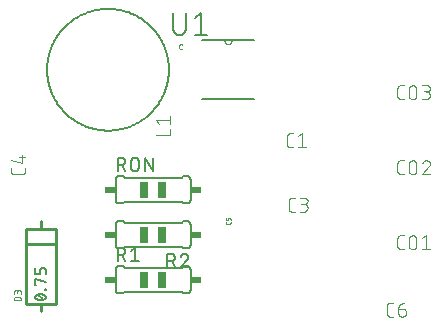
<source format=gbr>
G04 EAGLE Gerber RS-274X export*
G75*
%MOMM*%
%FSLAX34Y34*%
%LPD*%
%INSilkscreen Top*%
%IPPOS*%
%AMOC8*
5,1,8,0,0,1.08239X$1,22.5*%
G01*
%ADD10C,0.101600*%
%ADD11C,0.025400*%
%ADD12C,0.254000*%
%ADD13C,0.050800*%
%ADD14C,0.127000*%
%ADD15C,0.203200*%
%ADD16C,0.152400*%
%ADD17R,0.863600X0.609600*%
%ADD18R,0.650000X1.400000*%
%ADD19C,0.000000*%


D10*
X252081Y171958D02*
X249484Y171958D01*
X249385Y171960D01*
X249285Y171966D01*
X249186Y171975D01*
X249088Y171988D01*
X248990Y172005D01*
X248892Y172026D01*
X248796Y172051D01*
X248701Y172079D01*
X248607Y172111D01*
X248514Y172146D01*
X248422Y172185D01*
X248332Y172228D01*
X248244Y172273D01*
X248157Y172323D01*
X248073Y172375D01*
X247990Y172431D01*
X247910Y172489D01*
X247832Y172551D01*
X247757Y172616D01*
X247684Y172684D01*
X247614Y172754D01*
X247546Y172827D01*
X247481Y172902D01*
X247419Y172980D01*
X247361Y173060D01*
X247305Y173143D01*
X247253Y173227D01*
X247203Y173314D01*
X247158Y173402D01*
X247115Y173492D01*
X247076Y173584D01*
X247041Y173677D01*
X247009Y173771D01*
X246981Y173866D01*
X246956Y173962D01*
X246935Y174060D01*
X246918Y174158D01*
X246905Y174256D01*
X246896Y174355D01*
X246890Y174455D01*
X246888Y174554D01*
X246888Y181046D01*
X246890Y181145D01*
X246896Y181245D01*
X246905Y181344D01*
X246918Y181442D01*
X246935Y181540D01*
X246956Y181638D01*
X246981Y181734D01*
X247009Y181829D01*
X247041Y181923D01*
X247076Y182016D01*
X247115Y182108D01*
X247158Y182198D01*
X247203Y182286D01*
X247253Y182373D01*
X247305Y182457D01*
X247361Y182540D01*
X247419Y182620D01*
X247481Y182698D01*
X247546Y182773D01*
X247614Y182846D01*
X247684Y182916D01*
X247757Y182984D01*
X247832Y183049D01*
X247910Y183111D01*
X247990Y183169D01*
X248073Y183225D01*
X248157Y183277D01*
X248244Y183327D01*
X248332Y183372D01*
X248422Y183415D01*
X248514Y183454D01*
X248606Y183489D01*
X248701Y183521D01*
X248796Y183549D01*
X248892Y183574D01*
X248990Y183595D01*
X249088Y183612D01*
X249186Y183625D01*
X249285Y183634D01*
X249385Y183640D01*
X249484Y183642D01*
X252081Y183642D01*
X256446Y181046D02*
X259692Y183642D01*
X259692Y171958D01*
X262937Y171958D02*
X256446Y171958D01*
X253351Y117348D02*
X250754Y117348D01*
X250655Y117350D01*
X250555Y117356D01*
X250456Y117365D01*
X250358Y117378D01*
X250260Y117395D01*
X250162Y117416D01*
X250066Y117441D01*
X249971Y117469D01*
X249877Y117501D01*
X249784Y117536D01*
X249692Y117575D01*
X249602Y117618D01*
X249514Y117663D01*
X249427Y117713D01*
X249343Y117765D01*
X249260Y117821D01*
X249180Y117879D01*
X249102Y117941D01*
X249027Y118006D01*
X248954Y118074D01*
X248884Y118144D01*
X248816Y118217D01*
X248751Y118292D01*
X248689Y118370D01*
X248631Y118450D01*
X248575Y118533D01*
X248523Y118617D01*
X248473Y118704D01*
X248428Y118792D01*
X248385Y118882D01*
X248346Y118974D01*
X248311Y119067D01*
X248279Y119161D01*
X248251Y119256D01*
X248226Y119352D01*
X248205Y119450D01*
X248188Y119548D01*
X248175Y119646D01*
X248166Y119745D01*
X248160Y119845D01*
X248158Y119944D01*
X248158Y126436D01*
X248160Y126535D01*
X248166Y126635D01*
X248175Y126734D01*
X248188Y126832D01*
X248205Y126930D01*
X248226Y127028D01*
X248251Y127124D01*
X248279Y127219D01*
X248311Y127313D01*
X248346Y127406D01*
X248385Y127498D01*
X248428Y127588D01*
X248473Y127676D01*
X248523Y127763D01*
X248575Y127847D01*
X248631Y127930D01*
X248689Y128010D01*
X248751Y128088D01*
X248816Y128163D01*
X248884Y128236D01*
X248954Y128306D01*
X249027Y128374D01*
X249102Y128439D01*
X249180Y128501D01*
X249260Y128559D01*
X249343Y128615D01*
X249427Y128667D01*
X249514Y128717D01*
X249602Y128762D01*
X249692Y128805D01*
X249784Y128844D01*
X249876Y128879D01*
X249971Y128911D01*
X250066Y128939D01*
X250162Y128964D01*
X250260Y128985D01*
X250358Y129002D01*
X250456Y129015D01*
X250555Y129024D01*
X250655Y129030D01*
X250754Y129032D01*
X253351Y129032D01*
X257716Y117348D02*
X260962Y117348D01*
X261075Y117350D01*
X261188Y117356D01*
X261301Y117366D01*
X261414Y117380D01*
X261526Y117397D01*
X261637Y117419D01*
X261747Y117444D01*
X261857Y117474D01*
X261965Y117507D01*
X262072Y117544D01*
X262178Y117584D01*
X262282Y117629D01*
X262385Y117677D01*
X262486Y117728D01*
X262585Y117783D01*
X262682Y117841D01*
X262777Y117903D01*
X262870Y117968D01*
X262960Y118036D01*
X263048Y118107D01*
X263134Y118182D01*
X263217Y118259D01*
X263297Y118339D01*
X263374Y118422D01*
X263449Y118508D01*
X263520Y118596D01*
X263588Y118686D01*
X263653Y118779D01*
X263715Y118874D01*
X263773Y118971D01*
X263828Y119070D01*
X263879Y119171D01*
X263927Y119274D01*
X263972Y119378D01*
X264012Y119484D01*
X264049Y119591D01*
X264082Y119699D01*
X264112Y119809D01*
X264137Y119919D01*
X264159Y120030D01*
X264176Y120142D01*
X264190Y120255D01*
X264200Y120368D01*
X264206Y120481D01*
X264208Y120594D01*
X264206Y120707D01*
X264200Y120820D01*
X264190Y120933D01*
X264176Y121046D01*
X264159Y121158D01*
X264137Y121269D01*
X264112Y121379D01*
X264082Y121489D01*
X264049Y121597D01*
X264012Y121704D01*
X263972Y121810D01*
X263927Y121914D01*
X263879Y122017D01*
X263828Y122118D01*
X263773Y122217D01*
X263715Y122314D01*
X263653Y122409D01*
X263588Y122502D01*
X263520Y122592D01*
X263449Y122680D01*
X263374Y122766D01*
X263297Y122849D01*
X263217Y122929D01*
X263134Y123006D01*
X263048Y123081D01*
X262960Y123152D01*
X262870Y123220D01*
X262777Y123285D01*
X262682Y123347D01*
X262585Y123405D01*
X262486Y123460D01*
X262385Y123511D01*
X262282Y123559D01*
X262178Y123604D01*
X262072Y123644D01*
X261965Y123681D01*
X261857Y123714D01*
X261747Y123744D01*
X261637Y123769D01*
X261526Y123791D01*
X261414Y123808D01*
X261301Y123822D01*
X261188Y123832D01*
X261075Y123838D01*
X260962Y123840D01*
X261611Y129032D02*
X257716Y129032D01*
X261611Y129032D02*
X261712Y129030D01*
X261812Y129024D01*
X261912Y129014D01*
X262012Y129001D01*
X262111Y128983D01*
X262210Y128962D01*
X262307Y128937D01*
X262404Y128908D01*
X262499Y128875D01*
X262593Y128839D01*
X262685Y128799D01*
X262776Y128756D01*
X262865Y128709D01*
X262952Y128659D01*
X263038Y128605D01*
X263121Y128548D01*
X263201Y128488D01*
X263280Y128425D01*
X263356Y128358D01*
X263429Y128289D01*
X263499Y128217D01*
X263567Y128143D01*
X263632Y128066D01*
X263693Y127986D01*
X263752Y127904D01*
X263807Y127820D01*
X263859Y127734D01*
X263908Y127646D01*
X263953Y127556D01*
X263995Y127464D01*
X264033Y127371D01*
X264067Y127276D01*
X264098Y127181D01*
X264125Y127084D01*
X264148Y126986D01*
X264168Y126887D01*
X264183Y126787D01*
X264195Y126687D01*
X264203Y126587D01*
X264207Y126486D01*
X264207Y126386D01*
X264203Y126285D01*
X264195Y126185D01*
X264183Y126085D01*
X264168Y125985D01*
X264148Y125886D01*
X264125Y125788D01*
X264098Y125691D01*
X264067Y125596D01*
X264033Y125501D01*
X263995Y125408D01*
X263953Y125316D01*
X263908Y125226D01*
X263859Y125138D01*
X263807Y125052D01*
X263752Y124968D01*
X263693Y124886D01*
X263632Y124806D01*
X263567Y124729D01*
X263499Y124655D01*
X263429Y124583D01*
X263356Y124514D01*
X263280Y124447D01*
X263201Y124384D01*
X263121Y124324D01*
X263038Y124267D01*
X262952Y124213D01*
X262865Y124163D01*
X262776Y124116D01*
X262685Y124073D01*
X262593Y124033D01*
X262499Y123997D01*
X262404Y123964D01*
X262307Y123935D01*
X262210Y123910D01*
X262111Y123889D01*
X262012Y123871D01*
X261912Y123858D01*
X261812Y123848D01*
X261712Y123842D01*
X261611Y123840D01*
X261611Y123839D02*
X259014Y123839D01*
X24892Y151694D02*
X24892Y154291D01*
X24892Y151694D02*
X24890Y151595D01*
X24884Y151495D01*
X24875Y151396D01*
X24862Y151298D01*
X24845Y151200D01*
X24824Y151102D01*
X24799Y151006D01*
X24771Y150911D01*
X24739Y150817D01*
X24704Y150724D01*
X24665Y150632D01*
X24622Y150542D01*
X24577Y150454D01*
X24527Y150367D01*
X24475Y150283D01*
X24419Y150200D01*
X24361Y150120D01*
X24299Y150042D01*
X24234Y149967D01*
X24166Y149894D01*
X24096Y149824D01*
X24023Y149756D01*
X23948Y149691D01*
X23870Y149629D01*
X23790Y149571D01*
X23707Y149515D01*
X23623Y149463D01*
X23536Y149413D01*
X23448Y149368D01*
X23358Y149325D01*
X23266Y149286D01*
X23173Y149251D01*
X23079Y149219D01*
X22984Y149191D01*
X22888Y149166D01*
X22790Y149145D01*
X22692Y149128D01*
X22594Y149115D01*
X22495Y149106D01*
X22395Y149100D01*
X22296Y149098D01*
X15804Y149098D01*
X15705Y149100D01*
X15605Y149106D01*
X15506Y149115D01*
X15408Y149128D01*
X15310Y149146D01*
X15212Y149166D01*
X15116Y149191D01*
X15020Y149219D01*
X14926Y149251D01*
X14833Y149286D01*
X14742Y149325D01*
X14652Y149368D01*
X14563Y149413D01*
X14477Y149463D01*
X14392Y149515D01*
X14310Y149571D01*
X14230Y149630D01*
X14152Y149691D01*
X14076Y149756D01*
X14003Y149824D01*
X13933Y149894D01*
X13865Y149967D01*
X13800Y150043D01*
X13739Y150121D01*
X13680Y150201D01*
X13624Y150283D01*
X13572Y150368D01*
X13523Y150454D01*
X13477Y150543D01*
X13434Y150633D01*
X13395Y150724D01*
X13360Y150817D01*
X13328Y150911D01*
X13300Y151007D01*
X13275Y151103D01*
X13255Y151201D01*
X13237Y151299D01*
X13224Y151397D01*
X13215Y151496D01*
X13209Y151595D01*
X13207Y151695D01*
X13208Y151694D02*
X13208Y154291D01*
X13208Y161253D02*
X22296Y158656D01*
X22296Y165147D01*
X19699Y163200D02*
X24892Y163200D01*
D11*
X198963Y108660D02*
X198963Y107814D01*
X198961Y107756D01*
X198955Y107699D01*
X198945Y107642D01*
X198932Y107585D01*
X198914Y107530D01*
X198893Y107477D01*
X198868Y107424D01*
X198840Y107374D01*
X198808Y107326D01*
X198773Y107279D01*
X198735Y107236D01*
X198694Y107195D01*
X198651Y107157D01*
X198604Y107122D01*
X198556Y107090D01*
X198506Y107062D01*
X198453Y107037D01*
X198400Y107016D01*
X198345Y106998D01*
X198288Y106985D01*
X198231Y106975D01*
X198174Y106969D01*
X198116Y106967D01*
X196000Y106967D01*
X195942Y106969D01*
X195885Y106975D01*
X195828Y106985D01*
X195771Y106998D01*
X195716Y107016D01*
X195663Y107037D01*
X195610Y107062D01*
X195560Y107090D01*
X195512Y107122D01*
X195465Y107157D01*
X195422Y107195D01*
X195381Y107236D01*
X195343Y107279D01*
X195308Y107326D01*
X195276Y107374D01*
X195248Y107424D01*
X195223Y107477D01*
X195202Y107530D01*
X195184Y107585D01*
X195171Y107642D01*
X195161Y107699D01*
X195155Y107756D01*
X195153Y107814D01*
X195153Y108660D01*
X198963Y110024D02*
X198963Y111294D01*
X198961Y111349D01*
X198956Y111405D01*
X198947Y111459D01*
X198934Y111513D01*
X198918Y111566D01*
X198899Y111618D01*
X198876Y111669D01*
X198850Y111718D01*
X198820Y111765D01*
X198788Y111810D01*
X198753Y111852D01*
X198715Y111893D01*
X198674Y111931D01*
X198632Y111966D01*
X198587Y111998D01*
X198540Y112028D01*
X198491Y112054D01*
X198440Y112077D01*
X198388Y112096D01*
X198335Y112112D01*
X198281Y112125D01*
X198227Y112134D01*
X198171Y112139D01*
X198116Y112141D01*
X197693Y112141D01*
X197635Y112139D01*
X197578Y112133D01*
X197521Y112123D01*
X197464Y112110D01*
X197409Y112092D01*
X197356Y112071D01*
X197303Y112046D01*
X197253Y112018D01*
X197205Y111986D01*
X197158Y111951D01*
X197115Y111913D01*
X197074Y111872D01*
X197036Y111829D01*
X197001Y111782D01*
X196969Y111734D01*
X196941Y111684D01*
X196916Y111631D01*
X196895Y111578D01*
X196877Y111523D01*
X196864Y111466D01*
X196854Y111409D01*
X196848Y111352D01*
X196846Y111294D01*
X196846Y110024D01*
X195153Y110024D01*
X195153Y112141D01*
D10*
X334019Y28448D02*
X336616Y28448D01*
X334019Y28448D02*
X333920Y28450D01*
X333820Y28456D01*
X333721Y28465D01*
X333623Y28478D01*
X333525Y28495D01*
X333427Y28516D01*
X333331Y28541D01*
X333236Y28569D01*
X333142Y28601D01*
X333049Y28636D01*
X332957Y28675D01*
X332867Y28718D01*
X332779Y28763D01*
X332692Y28813D01*
X332608Y28865D01*
X332525Y28921D01*
X332445Y28979D01*
X332367Y29041D01*
X332292Y29106D01*
X332219Y29174D01*
X332149Y29244D01*
X332081Y29317D01*
X332016Y29392D01*
X331954Y29470D01*
X331896Y29550D01*
X331840Y29633D01*
X331788Y29717D01*
X331738Y29804D01*
X331693Y29892D01*
X331650Y29982D01*
X331611Y30074D01*
X331576Y30167D01*
X331544Y30261D01*
X331516Y30356D01*
X331491Y30452D01*
X331470Y30550D01*
X331453Y30648D01*
X331440Y30746D01*
X331431Y30845D01*
X331425Y30945D01*
X331423Y31044D01*
X331423Y37536D01*
X331425Y37635D01*
X331431Y37735D01*
X331440Y37834D01*
X331453Y37932D01*
X331470Y38030D01*
X331491Y38128D01*
X331516Y38224D01*
X331544Y38319D01*
X331576Y38413D01*
X331611Y38506D01*
X331650Y38598D01*
X331693Y38688D01*
X331738Y38776D01*
X331788Y38863D01*
X331840Y38947D01*
X331896Y39030D01*
X331954Y39110D01*
X332016Y39188D01*
X332081Y39263D01*
X332149Y39336D01*
X332219Y39406D01*
X332292Y39474D01*
X332367Y39539D01*
X332445Y39601D01*
X332525Y39659D01*
X332608Y39715D01*
X332692Y39767D01*
X332779Y39817D01*
X332867Y39862D01*
X332957Y39905D01*
X333049Y39944D01*
X333141Y39979D01*
X333236Y40011D01*
X333331Y40039D01*
X333427Y40064D01*
X333525Y40085D01*
X333623Y40102D01*
X333721Y40115D01*
X333820Y40124D01*
X333920Y40130D01*
X334019Y40132D01*
X336616Y40132D01*
X340981Y34939D02*
X344876Y34939D01*
X344975Y34937D01*
X345075Y34931D01*
X345174Y34922D01*
X345272Y34909D01*
X345370Y34892D01*
X345468Y34871D01*
X345564Y34846D01*
X345659Y34818D01*
X345753Y34786D01*
X345846Y34751D01*
X345938Y34712D01*
X346028Y34669D01*
X346116Y34624D01*
X346203Y34574D01*
X346287Y34522D01*
X346370Y34466D01*
X346450Y34408D01*
X346528Y34346D01*
X346603Y34281D01*
X346676Y34213D01*
X346746Y34143D01*
X346814Y34070D01*
X346879Y33995D01*
X346941Y33917D01*
X346999Y33837D01*
X347055Y33754D01*
X347107Y33670D01*
X347157Y33583D01*
X347202Y33495D01*
X347245Y33405D01*
X347284Y33313D01*
X347319Y33220D01*
X347351Y33126D01*
X347379Y33031D01*
X347404Y32935D01*
X347425Y32837D01*
X347442Y32739D01*
X347455Y32641D01*
X347464Y32542D01*
X347470Y32442D01*
X347472Y32343D01*
X347472Y31694D01*
X347470Y31581D01*
X347464Y31468D01*
X347454Y31355D01*
X347440Y31242D01*
X347423Y31130D01*
X347401Y31019D01*
X347376Y30909D01*
X347346Y30799D01*
X347313Y30691D01*
X347276Y30584D01*
X347236Y30478D01*
X347191Y30374D01*
X347143Y30271D01*
X347092Y30170D01*
X347037Y30071D01*
X346979Y29974D01*
X346917Y29879D01*
X346852Y29786D01*
X346784Y29696D01*
X346713Y29608D01*
X346638Y29522D01*
X346561Y29439D01*
X346481Y29359D01*
X346398Y29282D01*
X346312Y29207D01*
X346224Y29136D01*
X346134Y29068D01*
X346041Y29003D01*
X345946Y28941D01*
X345849Y28883D01*
X345750Y28828D01*
X345649Y28777D01*
X345546Y28729D01*
X345442Y28684D01*
X345336Y28644D01*
X345229Y28607D01*
X345121Y28574D01*
X345011Y28544D01*
X344901Y28519D01*
X344790Y28497D01*
X344678Y28480D01*
X344565Y28466D01*
X344452Y28456D01*
X344339Y28450D01*
X344226Y28448D01*
X344113Y28450D01*
X344000Y28456D01*
X343887Y28466D01*
X343774Y28480D01*
X343662Y28497D01*
X343551Y28519D01*
X343441Y28544D01*
X343331Y28574D01*
X343223Y28607D01*
X343116Y28644D01*
X343010Y28684D01*
X342906Y28729D01*
X342803Y28777D01*
X342702Y28828D01*
X342603Y28883D01*
X342506Y28941D01*
X342411Y29003D01*
X342318Y29068D01*
X342228Y29136D01*
X342140Y29207D01*
X342054Y29282D01*
X341971Y29359D01*
X341891Y29439D01*
X341814Y29522D01*
X341739Y29608D01*
X341668Y29696D01*
X341600Y29786D01*
X341535Y29879D01*
X341473Y29974D01*
X341415Y30071D01*
X341360Y30170D01*
X341309Y30271D01*
X341261Y30374D01*
X341216Y30478D01*
X341176Y30584D01*
X341139Y30691D01*
X341106Y30799D01*
X341076Y30909D01*
X341051Y31019D01*
X341029Y31130D01*
X341012Y31242D01*
X340998Y31355D01*
X340988Y31468D01*
X340982Y31581D01*
X340980Y31694D01*
X340981Y31694D02*
X340981Y34939D01*
X340983Y35082D01*
X340989Y35225D01*
X340999Y35368D01*
X341013Y35510D01*
X341030Y35652D01*
X341052Y35794D01*
X341077Y35935D01*
X341107Y36075D01*
X341140Y36214D01*
X341177Y36352D01*
X341218Y36489D01*
X341262Y36625D01*
X341311Y36760D01*
X341363Y36893D01*
X341418Y37025D01*
X341478Y37155D01*
X341541Y37284D01*
X341607Y37411D01*
X341677Y37535D01*
X341750Y37658D01*
X341827Y37779D01*
X341907Y37898D01*
X341990Y38014D01*
X342076Y38129D01*
X342165Y38240D01*
X342258Y38350D01*
X342353Y38456D01*
X342452Y38560D01*
X342553Y38661D01*
X342657Y38760D01*
X342763Y38855D01*
X342873Y38948D01*
X342984Y39037D01*
X343099Y39123D01*
X343215Y39206D01*
X343334Y39286D01*
X343455Y39363D01*
X343577Y39436D01*
X343702Y39506D01*
X343829Y39572D01*
X343958Y39635D01*
X344088Y39695D01*
X344220Y39750D01*
X344353Y39802D01*
X344488Y39851D01*
X344624Y39895D01*
X344761Y39936D01*
X344899Y39973D01*
X345038Y40006D01*
X345178Y40036D01*
X345319Y40061D01*
X345461Y40083D01*
X345603Y40100D01*
X345745Y40114D01*
X345888Y40124D01*
X346031Y40130D01*
X346174Y40132D01*
X345506Y85598D02*
X342909Y85598D01*
X342810Y85600D01*
X342710Y85606D01*
X342611Y85615D01*
X342513Y85628D01*
X342415Y85645D01*
X342317Y85666D01*
X342221Y85691D01*
X342126Y85719D01*
X342032Y85751D01*
X341939Y85786D01*
X341847Y85825D01*
X341757Y85868D01*
X341669Y85913D01*
X341582Y85963D01*
X341498Y86015D01*
X341415Y86071D01*
X341335Y86129D01*
X341257Y86191D01*
X341182Y86256D01*
X341109Y86324D01*
X341039Y86394D01*
X340971Y86467D01*
X340906Y86542D01*
X340844Y86620D01*
X340786Y86700D01*
X340730Y86783D01*
X340678Y86867D01*
X340628Y86954D01*
X340583Y87042D01*
X340540Y87132D01*
X340501Y87224D01*
X340466Y87317D01*
X340434Y87411D01*
X340406Y87506D01*
X340381Y87602D01*
X340360Y87700D01*
X340343Y87798D01*
X340330Y87896D01*
X340321Y87995D01*
X340315Y88095D01*
X340313Y88194D01*
X340313Y94686D01*
X340315Y94785D01*
X340321Y94885D01*
X340330Y94984D01*
X340343Y95082D01*
X340360Y95180D01*
X340381Y95278D01*
X340406Y95374D01*
X340434Y95469D01*
X340466Y95563D01*
X340501Y95656D01*
X340540Y95748D01*
X340583Y95838D01*
X340628Y95926D01*
X340678Y96013D01*
X340730Y96097D01*
X340786Y96180D01*
X340844Y96260D01*
X340906Y96338D01*
X340971Y96413D01*
X341039Y96486D01*
X341109Y96556D01*
X341182Y96624D01*
X341257Y96689D01*
X341335Y96751D01*
X341415Y96809D01*
X341498Y96865D01*
X341582Y96917D01*
X341669Y96967D01*
X341757Y97012D01*
X341847Y97055D01*
X341939Y97094D01*
X342031Y97129D01*
X342126Y97161D01*
X342221Y97189D01*
X342317Y97214D01*
X342415Y97235D01*
X342513Y97252D01*
X342611Y97265D01*
X342710Y97274D01*
X342810Y97280D01*
X342909Y97282D01*
X345506Y97282D01*
X349871Y94036D02*
X349871Y88844D01*
X349870Y94036D02*
X349872Y94149D01*
X349878Y94262D01*
X349888Y94375D01*
X349902Y94488D01*
X349919Y94600D01*
X349941Y94711D01*
X349966Y94821D01*
X349996Y94931D01*
X350029Y95039D01*
X350066Y95146D01*
X350106Y95252D01*
X350151Y95356D01*
X350199Y95459D01*
X350250Y95560D01*
X350305Y95659D01*
X350363Y95756D01*
X350425Y95851D01*
X350490Y95944D01*
X350558Y96034D01*
X350629Y96122D01*
X350704Y96208D01*
X350781Y96291D01*
X350861Y96371D01*
X350944Y96448D01*
X351030Y96523D01*
X351118Y96594D01*
X351208Y96662D01*
X351301Y96727D01*
X351396Y96789D01*
X351493Y96847D01*
X351592Y96902D01*
X351693Y96953D01*
X351796Y97001D01*
X351900Y97046D01*
X352006Y97086D01*
X352113Y97123D01*
X352221Y97156D01*
X352331Y97186D01*
X352441Y97211D01*
X352552Y97233D01*
X352664Y97250D01*
X352777Y97264D01*
X352890Y97274D01*
X353003Y97280D01*
X353116Y97282D01*
X353229Y97280D01*
X353342Y97274D01*
X353455Y97264D01*
X353568Y97250D01*
X353680Y97233D01*
X353791Y97211D01*
X353901Y97186D01*
X354011Y97156D01*
X354119Y97123D01*
X354226Y97086D01*
X354332Y97046D01*
X354436Y97001D01*
X354539Y96953D01*
X354640Y96902D01*
X354739Y96847D01*
X354836Y96789D01*
X354931Y96727D01*
X355024Y96662D01*
X355114Y96594D01*
X355202Y96523D01*
X355288Y96448D01*
X355371Y96371D01*
X355451Y96291D01*
X355528Y96208D01*
X355603Y96122D01*
X355674Y96034D01*
X355742Y95944D01*
X355807Y95851D01*
X355869Y95756D01*
X355927Y95659D01*
X355982Y95560D01*
X356033Y95459D01*
X356081Y95356D01*
X356126Y95252D01*
X356166Y95146D01*
X356203Y95039D01*
X356236Y94931D01*
X356266Y94821D01*
X356291Y94711D01*
X356313Y94600D01*
X356330Y94488D01*
X356344Y94375D01*
X356354Y94262D01*
X356360Y94149D01*
X356362Y94036D01*
X356362Y88844D01*
X356360Y88731D01*
X356354Y88618D01*
X356344Y88505D01*
X356330Y88392D01*
X356313Y88280D01*
X356291Y88169D01*
X356266Y88059D01*
X356236Y87949D01*
X356203Y87841D01*
X356166Y87734D01*
X356126Y87628D01*
X356081Y87524D01*
X356033Y87421D01*
X355982Y87320D01*
X355927Y87221D01*
X355869Y87124D01*
X355807Y87029D01*
X355742Y86936D01*
X355674Y86846D01*
X355603Y86758D01*
X355528Y86672D01*
X355451Y86589D01*
X355371Y86509D01*
X355288Y86432D01*
X355202Y86357D01*
X355114Y86286D01*
X355024Y86218D01*
X354931Y86153D01*
X354836Y86091D01*
X354739Y86033D01*
X354640Y85978D01*
X354539Y85927D01*
X354436Y85879D01*
X354332Y85834D01*
X354226Y85794D01*
X354119Y85757D01*
X354011Y85724D01*
X353901Y85694D01*
X353791Y85669D01*
X353680Y85647D01*
X353568Y85630D01*
X353455Y85616D01*
X353342Y85606D01*
X353229Y85600D01*
X353116Y85598D01*
X353003Y85600D01*
X352890Y85606D01*
X352777Y85616D01*
X352664Y85630D01*
X352552Y85647D01*
X352441Y85669D01*
X352331Y85694D01*
X352221Y85724D01*
X352113Y85757D01*
X352006Y85794D01*
X351900Y85834D01*
X351796Y85879D01*
X351693Y85927D01*
X351592Y85978D01*
X351493Y86033D01*
X351396Y86091D01*
X351301Y86153D01*
X351208Y86218D01*
X351118Y86286D01*
X351030Y86357D01*
X350944Y86432D01*
X350861Y86509D01*
X350781Y86589D01*
X350704Y86672D01*
X350629Y86758D01*
X350558Y86846D01*
X350490Y86936D01*
X350425Y87029D01*
X350363Y87124D01*
X350305Y87221D01*
X350250Y87320D01*
X350199Y87421D01*
X350151Y87524D01*
X350106Y87628D01*
X350066Y87734D01*
X350029Y87841D01*
X349996Y87949D01*
X349966Y88059D01*
X349941Y88169D01*
X349919Y88280D01*
X349902Y88392D01*
X349888Y88505D01*
X349878Y88618D01*
X349872Y88731D01*
X349870Y88844D01*
X361301Y94686D02*
X364546Y97282D01*
X364546Y85598D01*
X361301Y85598D02*
X367792Y85598D01*
X345506Y149098D02*
X342909Y149098D01*
X342810Y149100D01*
X342710Y149106D01*
X342611Y149115D01*
X342513Y149128D01*
X342415Y149145D01*
X342317Y149166D01*
X342221Y149191D01*
X342126Y149219D01*
X342032Y149251D01*
X341939Y149286D01*
X341847Y149325D01*
X341757Y149368D01*
X341669Y149413D01*
X341582Y149463D01*
X341498Y149515D01*
X341415Y149571D01*
X341335Y149629D01*
X341257Y149691D01*
X341182Y149756D01*
X341109Y149824D01*
X341039Y149894D01*
X340971Y149967D01*
X340906Y150042D01*
X340844Y150120D01*
X340786Y150200D01*
X340730Y150283D01*
X340678Y150367D01*
X340628Y150454D01*
X340583Y150542D01*
X340540Y150632D01*
X340501Y150724D01*
X340466Y150817D01*
X340434Y150911D01*
X340406Y151006D01*
X340381Y151102D01*
X340360Y151200D01*
X340343Y151298D01*
X340330Y151396D01*
X340321Y151495D01*
X340315Y151595D01*
X340313Y151694D01*
X340313Y158186D01*
X340315Y158285D01*
X340321Y158385D01*
X340330Y158484D01*
X340343Y158582D01*
X340360Y158680D01*
X340381Y158778D01*
X340406Y158874D01*
X340434Y158969D01*
X340466Y159063D01*
X340501Y159156D01*
X340540Y159248D01*
X340583Y159338D01*
X340628Y159426D01*
X340678Y159513D01*
X340730Y159597D01*
X340786Y159680D01*
X340844Y159760D01*
X340906Y159838D01*
X340971Y159913D01*
X341039Y159986D01*
X341109Y160056D01*
X341182Y160124D01*
X341257Y160189D01*
X341335Y160251D01*
X341415Y160309D01*
X341498Y160365D01*
X341582Y160417D01*
X341669Y160467D01*
X341757Y160512D01*
X341847Y160555D01*
X341939Y160594D01*
X342031Y160629D01*
X342126Y160661D01*
X342221Y160689D01*
X342317Y160714D01*
X342415Y160735D01*
X342513Y160752D01*
X342611Y160765D01*
X342710Y160774D01*
X342810Y160780D01*
X342909Y160782D01*
X345506Y160782D01*
X349871Y157536D02*
X349871Y152344D01*
X349870Y157536D02*
X349872Y157649D01*
X349878Y157762D01*
X349888Y157875D01*
X349902Y157988D01*
X349919Y158100D01*
X349941Y158211D01*
X349966Y158321D01*
X349996Y158431D01*
X350029Y158539D01*
X350066Y158646D01*
X350106Y158752D01*
X350151Y158856D01*
X350199Y158959D01*
X350250Y159060D01*
X350305Y159159D01*
X350363Y159256D01*
X350425Y159351D01*
X350490Y159444D01*
X350558Y159534D01*
X350629Y159622D01*
X350704Y159708D01*
X350781Y159791D01*
X350861Y159871D01*
X350944Y159948D01*
X351030Y160023D01*
X351118Y160094D01*
X351208Y160162D01*
X351301Y160227D01*
X351396Y160289D01*
X351493Y160347D01*
X351592Y160402D01*
X351693Y160453D01*
X351796Y160501D01*
X351900Y160546D01*
X352006Y160586D01*
X352113Y160623D01*
X352221Y160656D01*
X352331Y160686D01*
X352441Y160711D01*
X352552Y160733D01*
X352664Y160750D01*
X352777Y160764D01*
X352890Y160774D01*
X353003Y160780D01*
X353116Y160782D01*
X353229Y160780D01*
X353342Y160774D01*
X353455Y160764D01*
X353568Y160750D01*
X353680Y160733D01*
X353791Y160711D01*
X353901Y160686D01*
X354011Y160656D01*
X354119Y160623D01*
X354226Y160586D01*
X354332Y160546D01*
X354436Y160501D01*
X354539Y160453D01*
X354640Y160402D01*
X354739Y160347D01*
X354836Y160289D01*
X354931Y160227D01*
X355024Y160162D01*
X355114Y160094D01*
X355202Y160023D01*
X355288Y159948D01*
X355371Y159871D01*
X355451Y159791D01*
X355528Y159708D01*
X355603Y159622D01*
X355674Y159534D01*
X355742Y159444D01*
X355807Y159351D01*
X355869Y159256D01*
X355927Y159159D01*
X355982Y159060D01*
X356033Y158959D01*
X356081Y158856D01*
X356126Y158752D01*
X356166Y158646D01*
X356203Y158539D01*
X356236Y158431D01*
X356266Y158321D01*
X356291Y158211D01*
X356313Y158100D01*
X356330Y157988D01*
X356344Y157875D01*
X356354Y157762D01*
X356360Y157649D01*
X356362Y157536D01*
X356362Y152344D01*
X356360Y152231D01*
X356354Y152118D01*
X356344Y152005D01*
X356330Y151892D01*
X356313Y151780D01*
X356291Y151669D01*
X356266Y151559D01*
X356236Y151449D01*
X356203Y151341D01*
X356166Y151234D01*
X356126Y151128D01*
X356081Y151024D01*
X356033Y150921D01*
X355982Y150820D01*
X355927Y150721D01*
X355869Y150624D01*
X355807Y150529D01*
X355742Y150436D01*
X355674Y150346D01*
X355603Y150258D01*
X355528Y150172D01*
X355451Y150089D01*
X355371Y150009D01*
X355288Y149932D01*
X355202Y149857D01*
X355114Y149786D01*
X355024Y149718D01*
X354931Y149653D01*
X354836Y149591D01*
X354739Y149533D01*
X354640Y149478D01*
X354539Y149427D01*
X354436Y149379D01*
X354332Y149334D01*
X354226Y149294D01*
X354119Y149257D01*
X354011Y149224D01*
X353901Y149194D01*
X353791Y149169D01*
X353680Y149147D01*
X353568Y149130D01*
X353455Y149116D01*
X353342Y149106D01*
X353229Y149100D01*
X353116Y149098D01*
X353003Y149100D01*
X352890Y149106D01*
X352777Y149116D01*
X352664Y149130D01*
X352552Y149147D01*
X352441Y149169D01*
X352331Y149194D01*
X352221Y149224D01*
X352113Y149257D01*
X352006Y149294D01*
X351900Y149334D01*
X351796Y149379D01*
X351693Y149427D01*
X351592Y149478D01*
X351493Y149533D01*
X351396Y149591D01*
X351301Y149653D01*
X351208Y149718D01*
X351118Y149786D01*
X351030Y149857D01*
X350944Y149932D01*
X350861Y150009D01*
X350781Y150089D01*
X350704Y150172D01*
X350629Y150258D01*
X350558Y150346D01*
X350490Y150436D01*
X350425Y150529D01*
X350363Y150624D01*
X350305Y150721D01*
X350250Y150820D01*
X350199Y150921D01*
X350151Y151024D01*
X350106Y151128D01*
X350066Y151234D01*
X350029Y151341D01*
X349996Y151449D01*
X349966Y151559D01*
X349941Y151669D01*
X349919Y151780D01*
X349902Y151892D01*
X349888Y152005D01*
X349878Y152118D01*
X349872Y152231D01*
X349870Y152344D01*
X364871Y160782D02*
X364978Y160780D01*
X365084Y160774D01*
X365190Y160764D01*
X365296Y160751D01*
X365402Y160733D01*
X365506Y160712D01*
X365610Y160687D01*
X365713Y160658D01*
X365814Y160626D01*
X365914Y160589D01*
X366013Y160549D01*
X366111Y160506D01*
X366207Y160459D01*
X366301Y160408D01*
X366393Y160354D01*
X366483Y160297D01*
X366571Y160237D01*
X366656Y160173D01*
X366739Y160106D01*
X366820Y160036D01*
X366898Y159964D01*
X366974Y159888D01*
X367046Y159810D01*
X367116Y159729D01*
X367183Y159646D01*
X367247Y159561D01*
X367307Y159473D01*
X367364Y159383D01*
X367418Y159291D01*
X367469Y159197D01*
X367516Y159101D01*
X367559Y159003D01*
X367599Y158904D01*
X367636Y158804D01*
X367668Y158703D01*
X367697Y158600D01*
X367722Y158496D01*
X367743Y158392D01*
X367761Y158286D01*
X367774Y158180D01*
X367784Y158074D01*
X367790Y157968D01*
X367792Y157861D01*
X364871Y160782D02*
X364750Y160780D01*
X364629Y160774D01*
X364509Y160764D01*
X364388Y160751D01*
X364269Y160733D01*
X364149Y160712D01*
X364031Y160687D01*
X363914Y160658D01*
X363797Y160625D01*
X363682Y160589D01*
X363568Y160548D01*
X363455Y160505D01*
X363343Y160457D01*
X363234Y160406D01*
X363126Y160351D01*
X363019Y160293D01*
X362915Y160232D01*
X362813Y160167D01*
X362713Y160099D01*
X362615Y160028D01*
X362519Y159954D01*
X362426Y159877D01*
X362336Y159796D01*
X362248Y159713D01*
X362163Y159627D01*
X362080Y159538D01*
X362001Y159447D01*
X361924Y159353D01*
X361851Y159257D01*
X361781Y159159D01*
X361714Y159058D01*
X361650Y158955D01*
X361590Y158850D01*
X361533Y158743D01*
X361479Y158635D01*
X361429Y158525D01*
X361383Y158413D01*
X361340Y158300D01*
X361301Y158185D01*
X366819Y155589D02*
X366898Y155666D01*
X366974Y155747D01*
X367047Y155830D01*
X367117Y155915D01*
X367184Y156003D01*
X367248Y156093D01*
X367308Y156185D01*
X367365Y156280D01*
X367419Y156376D01*
X367470Y156474D01*
X367517Y156574D01*
X367561Y156676D01*
X367601Y156779D01*
X367637Y156883D01*
X367669Y156989D01*
X367698Y157095D01*
X367723Y157203D01*
X367745Y157311D01*
X367762Y157421D01*
X367776Y157530D01*
X367785Y157640D01*
X367791Y157751D01*
X367793Y157861D01*
X366818Y155589D02*
X361301Y149098D01*
X367792Y149098D01*
X345506Y212598D02*
X342909Y212598D01*
X342810Y212600D01*
X342710Y212606D01*
X342611Y212615D01*
X342513Y212628D01*
X342415Y212645D01*
X342317Y212666D01*
X342221Y212691D01*
X342126Y212719D01*
X342032Y212751D01*
X341939Y212786D01*
X341847Y212825D01*
X341757Y212868D01*
X341669Y212913D01*
X341582Y212963D01*
X341498Y213015D01*
X341415Y213071D01*
X341335Y213129D01*
X341257Y213191D01*
X341182Y213256D01*
X341109Y213324D01*
X341039Y213394D01*
X340971Y213467D01*
X340906Y213542D01*
X340844Y213620D01*
X340786Y213700D01*
X340730Y213783D01*
X340678Y213867D01*
X340628Y213954D01*
X340583Y214042D01*
X340540Y214132D01*
X340501Y214224D01*
X340466Y214317D01*
X340434Y214411D01*
X340406Y214506D01*
X340381Y214602D01*
X340360Y214700D01*
X340343Y214798D01*
X340330Y214896D01*
X340321Y214995D01*
X340315Y215095D01*
X340313Y215194D01*
X340313Y221686D01*
X340315Y221785D01*
X340321Y221885D01*
X340330Y221984D01*
X340343Y222082D01*
X340360Y222180D01*
X340381Y222278D01*
X340406Y222374D01*
X340434Y222469D01*
X340466Y222563D01*
X340501Y222656D01*
X340540Y222748D01*
X340583Y222838D01*
X340628Y222926D01*
X340678Y223013D01*
X340730Y223097D01*
X340786Y223180D01*
X340844Y223260D01*
X340906Y223338D01*
X340971Y223413D01*
X341039Y223486D01*
X341109Y223556D01*
X341182Y223624D01*
X341257Y223689D01*
X341335Y223751D01*
X341415Y223809D01*
X341498Y223865D01*
X341582Y223917D01*
X341669Y223967D01*
X341757Y224012D01*
X341847Y224055D01*
X341939Y224094D01*
X342031Y224129D01*
X342126Y224161D01*
X342221Y224189D01*
X342317Y224214D01*
X342415Y224235D01*
X342513Y224252D01*
X342611Y224265D01*
X342710Y224274D01*
X342810Y224280D01*
X342909Y224282D01*
X345506Y224282D01*
X349871Y221036D02*
X349871Y215844D01*
X349870Y221036D02*
X349872Y221149D01*
X349878Y221262D01*
X349888Y221375D01*
X349902Y221488D01*
X349919Y221600D01*
X349941Y221711D01*
X349966Y221821D01*
X349996Y221931D01*
X350029Y222039D01*
X350066Y222146D01*
X350106Y222252D01*
X350151Y222356D01*
X350199Y222459D01*
X350250Y222560D01*
X350305Y222659D01*
X350363Y222756D01*
X350425Y222851D01*
X350490Y222944D01*
X350558Y223034D01*
X350629Y223122D01*
X350704Y223208D01*
X350781Y223291D01*
X350861Y223371D01*
X350944Y223448D01*
X351030Y223523D01*
X351118Y223594D01*
X351208Y223662D01*
X351301Y223727D01*
X351396Y223789D01*
X351493Y223847D01*
X351592Y223902D01*
X351693Y223953D01*
X351796Y224001D01*
X351900Y224046D01*
X352006Y224086D01*
X352113Y224123D01*
X352221Y224156D01*
X352331Y224186D01*
X352441Y224211D01*
X352552Y224233D01*
X352664Y224250D01*
X352777Y224264D01*
X352890Y224274D01*
X353003Y224280D01*
X353116Y224282D01*
X353229Y224280D01*
X353342Y224274D01*
X353455Y224264D01*
X353568Y224250D01*
X353680Y224233D01*
X353791Y224211D01*
X353901Y224186D01*
X354011Y224156D01*
X354119Y224123D01*
X354226Y224086D01*
X354332Y224046D01*
X354436Y224001D01*
X354539Y223953D01*
X354640Y223902D01*
X354739Y223847D01*
X354836Y223789D01*
X354931Y223727D01*
X355024Y223662D01*
X355114Y223594D01*
X355202Y223523D01*
X355288Y223448D01*
X355371Y223371D01*
X355451Y223291D01*
X355528Y223208D01*
X355603Y223122D01*
X355674Y223034D01*
X355742Y222944D01*
X355807Y222851D01*
X355869Y222756D01*
X355927Y222659D01*
X355982Y222560D01*
X356033Y222459D01*
X356081Y222356D01*
X356126Y222252D01*
X356166Y222146D01*
X356203Y222039D01*
X356236Y221931D01*
X356266Y221821D01*
X356291Y221711D01*
X356313Y221600D01*
X356330Y221488D01*
X356344Y221375D01*
X356354Y221262D01*
X356360Y221149D01*
X356362Y221036D01*
X356362Y215844D01*
X356360Y215731D01*
X356354Y215618D01*
X356344Y215505D01*
X356330Y215392D01*
X356313Y215280D01*
X356291Y215169D01*
X356266Y215059D01*
X356236Y214949D01*
X356203Y214841D01*
X356166Y214734D01*
X356126Y214628D01*
X356081Y214524D01*
X356033Y214421D01*
X355982Y214320D01*
X355927Y214221D01*
X355869Y214124D01*
X355807Y214029D01*
X355742Y213936D01*
X355674Y213846D01*
X355603Y213758D01*
X355528Y213672D01*
X355451Y213589D01*
X355371Y213509D01*
X355288Y213432D01*
X355202Y213357D01*
X355114Y213286D01*
X355024Y213218D01*
X354931Y213153D01*
X354836Y213091D01*
X354739Y213033D01*
X354640Y212978D01*
X354539Y212927D01*
X354436Y212879D01*
X354332Y212834D01*
X354226Y212794D01*
X354119Y212757D01*
X354011Y212724D01*
X353901Y212694D01*
X353791Y212669D01*
X353680Y212647D01*
X353568Y212630D01*
X353455Y212616D01*
X353342Y212606D01*
X353229Y212600D01*
X353116Y212598D01*
X353003Y212600D01*
X352890Y212606D01*
X352777Y212616D01*
X352664Y212630D01*
X352552Y212647D01*
X352441Y212669D01*
X352331Y212694D01*
X352221Y212724D01*
X352113Y212757D01*
X352006Y212794D01*
X351900Y212834D01*
X351796Y212879D01*
X351693Y212927D01*
X351592Y212978D01*
X351493Y213033D01*
X351396Y213091D01*
X351301Y213153D01*
X351208Y213218D01*
X351118Y213286D01*
X351030Y213357D01*
X350944Y213432D01*
X350861Y213509D01*
X350781Y213589D01*
X350704Y213672D01*
X350629Y213758D01*
X350558Y213846D01*
X350490Y213936D01*
X350425Y214029D01*
X350363Y214124D01*
X350305Y214221D01*
X350250Y214320D01*
X350199Y214421D01*
X350151Y214524D01*
X350106Y214628D01*
X350066Y214734D01*
X350029Y214841D01*
X349996Y214949D01*
X349966Y215059D01*
X349941Y215169D01*
X349919Y215280D01*
X349902Y215392D01*
X349888Y215505D01*
X349878Y215618D01*
X349872Y215731D01*
X349870Y215844D01*
X361301Y212598D02*
X364546Y212598D01*
X364659Y212600D01*
X364772Y212606D01*
X364885Y212616D01*
X364998Y212630D01*
X365110Y212647D01*
X365221Y212669D01*
X365331Y212694D01*
X365441Y212724D01*
X365549Y212757D01*
X365656Y212794D01*
X365762Y212834D01*
X365866Y212879D01*
X365969Y212927D01*
X366070Y212978D01*
X366169Y213033D01*
X366266Y213091D01*
X366361Y213153D01*
X366454Y213218D01*
X366544Y213286D01*
X366632Y213357D01*
X366718Y213432D01*
X366801Y213509D01*
X366881Y213589D01*
X366958Y213672D01*
X367033Y213758D01*
X367104Y213846D01*
X367172Y213936D01*
X367237Y214029D01*
X367299Y214124D01*
X367357Y214221D01*
X367412Y214320D01*
X367463Y214421D01*
X367511Y214524D01*
X367556Y214628D01*
X367596Y214734D01*
X367633Y214841D01*
X367666Y214949D01*
X367696Y215059D01*
X367721Y215169D01*
X367743Y215280D01*
X367760Y215392D01*
X367774Y215505D01*
X367784Y215618D01*
X367790Y215731D01*
X367792Y215844D01*
X367790Y215957D01*
X367784Y216070D01*
X367774Y216183D01*
X367760Y216296D01*
X367743Y216408D01*
X367721Y216519D01*
X367696Y216629D01*
X367666Y216739D01*
X367633Y216847D01*
X367596Y216954D01*
X367556Y217060D01*
X367511Y217164D01*
X367463Y217267D01*
X367412Y217368D01*
X367357Y217467D01*
X367299Y217564D01*
X367237Y217659D01*
X367172Y217752D01*
X367104Y217842D01*
X367033Y217930D01*
X366958Y218016D01*
X366881Y218099D01*
X366801Y218179D01*
X366718Y218256D01*
X366632Y218331D01*
X366544Y218402D01*
X366454Y218470D01*
X366361Y218535D01*
X366266Y218597D01*
X366169Y218655D01*
X366070Y218710D01*
X365969Y218761D01*
X365866Y218809D01*
X365762Y218854D01*
X365656Y218894D01*
X365549Y218931D01*
X365441Y218964D01*
X365331Y218994D01*
X365221Y219019D01*
X365110Y219041D01*
X364998Y219058D01*
X364885Y219072D01*
X364772Y219082D01*
X364659Y219088D01*
X364546Y219090D01*
X365196Y224282D02*
X361301Y224282D01*
X365196Y224282D02*
X365297Y224280D01*
X365397Y224274D01*
X365497Y224264D01*
X365597Y224251D01*
X365696Y224233D01*
X365795Y224212D01*
X365892Y224187D01*
X365989Y224158D01*
X366084Y224125D01*
X366178Y224089D01*
X366270Y224049D01*
X366361Y224006D01*
X366450Y223959D01*
X366537Y223909D01*
X366623Y223855D01*
X366706Y223798D01*
X366786Y223738D01*
X366865Y223675D01*
X366941Y223608D01*
X367014Y223539D01*
X367084Y223467D01*
X367152Y223393D01*
X367217Y223316D01*
X367278Y223236D01*
X367337Y223154D01*
X367392Y223070D01*
X367444Y222984D01*
X367493Y222896D01*
X367538Y222806D01*
X367580Y222714D01*
X367618Y222621D01*
X367652Y222526D01*
X367683Y222431D01*
X367710Y222334D01*
X367733Y222236D01*
X367753Y222137D01*
X367768Y222037D01*
X367780Y221937D01*
X367788Y221837D01*
X367792Y221736D01*
X367792Y221636D01*
X367788Y221535D01*
X367780Y221435D01*
X367768Y221335D01*
X367753Y221235D01*
X367733Y221136D01*
X367710Y221038D01*
X367683Y220941D01*
X367652Y220846D01*
X367618Y220751D01*
X367580Y220658D01*
X367538Y220566D01*
X367493Y220476D01*
X367444Y220388D01*
X367392Y220302D01*
X367337Y220218D01*
X367278Y220136D01*
X367217Y220056D01*
X367152Y219979D01*
X367084Y219905D01*
X367014Y219833D01*
X366941Y219764D01*
X366865Y219697D01*
X366786Y219634D01*
X366706Y219574D01*
X366623Y219517D01*
X366537Y219463D01*
X366450Y219413D01*
X366361Y219366D01*
X366270Y219323D01*
X366178Y219283D01*
X366084Y219247D01*
X365989Y219214D01*
X365892Y219185D01*
X365795Y219160D01*
X365696Y219139D01*
X365597Y219121D01*
X365497Y219108D01*
X365397Y219098D01*
X365297Y219092D01*
X365196Y219090D01*
X365196Y219089D02*
X362599Y219089D01*
D12*
X25400Y102870D02*
X25400Y90170D01*
X25400Y39370D01*
X38100Y39370D01*
X50800Y39370D01*
X50800Y90170D01*
X50800Y102870D01*
X38100Y102870D01*
X25400Y102870D01*
X25400Y90170D02*
X50800Y90170D01*
X38100Y39370D02*
X38100Y33020D01*
X38100Y102870D02*
X38100Y109220D01*
D13*
X21336Y42164D02*
X15748Y42164D01*
X15748Y43716D01*
X15750Y43792D01*
X15755Y43868D01*
X15765Y43944D01*
X15778Y44019D01*
X15795Y44093D01*
X15815Y44167D01*
X15839Y44239D01*
X15866Y44310D01*
X15897Y44380D01*
X15931Y44448D01*
X15969Y44514D01*
X16010Y44578D01*
X16053Y44641D01*
X16100Y44701D01*
X16150Y44758D01*
X16203Y44813D01*
X16258Y44866D01*
X16315Y44916D01*
X16375Y44963D01*
X16438Y45006D01*
X16502Y45047D01*
X16568Y45085D01*
X16636Y45119D01*
X16706Y45150D01*
X16777Y45177D01*
X16850Y45201D01*
X16923Y45221D01*
X16997Y45238D01*
X17072Y45251D01*
X17148Y45261D01*
X17224Y45266D01*
X17300Y45268D01*
X19784Y45268D01*
X19860Y45266D01*
X19936Y45261D01*
X20012Y45251D01*
X20087Y45238D01*
X20161Y45221D01*
X20235Y45201D01*
X20307Y45177D01*
X20378Y45150D01*
X20448Y45119D01*
X20516Y45085D01*
X20582Y45047D01*
X20646Y45006D01*
X20709Y44963D01*
X20769Y44916D01*
X20826Y44866D01*
X20881Y44813D01*
X20934Y44758D01*
X20984Y44701D01*
X21031Y44641D01*
X21074Y44578D01*
X21115Y44514D01*
X21153Y44448D01*
X21187Y44380D01*
X21218Y44310D01*
X21245Y44239D01*
X21269Y44167D01*
X21289Y44093D01*
X21306Y44019D01*
X21319Y43944D01*
X21329Y43868D01*
X21334Y43792D01*
X21336Y43716D01*
X21336Y42164D01*
X21336Y47833D02*
X21336Y49385D01*
X21334Y49462D01*
X21328Y49540D01*
X21319Y49616D01*
X21305Y49693D01*
X21288Y49768D01*
X21267Y49842D01*
X21242Y49916D01*
X21214Y49988D01*
X21182Y50058D01*
X21147Y50127D01*
X21108Y50194D01*
X21066Y50259D01*
X21021Y50322D01*
X20973Y50383D01*
X20922Y50441D01*
X20868Y50496D01*
X20811Y50549D01*
X20752Y50598D01*
X20690Y50645D01*
X20626Y50689D01*
X20560Y50729D01*
X20492Y50766D01*
X20422Y50800D01*
X20351Y50830D01*
X20278Y50856D01*
X20204Y50879D01*
X20129Y50898D01*
X20054Y50913D01*
X19977Y50925D01*
X19900Y50933D01*
X19823Y50937D01*
X19745Y50937D01*
X19668Y50933D01*
X19591Y50925D01*
X19514Y50913D01*
X19439Y50898D01*
X19364Y50879D01*
X19290Y50856D01*
X19217Y50830D01*
X19146Y50800D01*
X19076Y50766D01*
X19008Y50729D01*
X18942Y50689D01*
X18878Y50645D01*
X18816Y50598D01*
X18757Y50549D01*
X18700Y50496D01*
X18646Y50441D01*
X18595Y50383D01*
X18547Y50322D01*
X18502Y50259D01*
X18460Y50194D01*
X18421Y50127D01*
X18386Y50058D01*
X18354Y49988D01*
X18326Y49916D01*
X18301Y49842D01*
X18280Y49768D01*
X18263Y49693D01*
X18249Y49616D01*
X18240Y49540D01*
X18234Y49462D01*
X18232Y49385D01*
X15748Y49696D02*
X15748Y47833D01*
X15748Y49696D02*
X15750Y49766D01*
X15756Y49835D01*
X15766Y49904D01*
X15779Y49972D01*
X15797Y50040D01*
X15818Y50106D01*
X15843Y50171D01*
X15871Y50235D01*
X15903Y50297D01*
X15938Y50357D01*
X15977Y50415D01*
X16019Y50470D01*
X16064Y50524D01*
X16112Y50574D01*
X16162Y50622D01*
X16216Y50667D01*
X16271Y50709D01*
X16329Y50748D01*
X16389Y50783D01*
X16451Y50815D01*
X16515Y50843D01*
X16580Y50868D01*
X16646Y50889D01*
X16714Y50907D01*
X16782Y50920D01*
X16851Y50930D01*
X16920Y50936D01*
X16990Y50938D01*
X17060Y50936D01*
X17129Y50930D01*
X17198Y50920D01*
X17266Y50907D01*
X17334Y50889D01*
X17400Y50868D01*
X17465Y50843D01*
X17529Y50815D01*
X17591Y50783D01*
X17651Y50748D01*
X17709Y50709D01*
X17764Y50667D01*
X17818Y50622D01*
X17868Y50574D01*
X17916Y50524D01*
X17961Y50470D01*
X18003Y50415D01*
X18042Y50357D01*
X18077Y50297D01*
X18109Y50235D01*
X18137Y50171D01*
X18162Y50106D01*
X18183Y50040D01*
X18201Y49972D01*
X18214Y49904D01*
X18224Y49835D01*
X18230Y49766D01*
X18232Y49696D01*
X18232Y48454D01*
D14*
X34890Y43286D02*
X35048Y43211D01*
X35208Y43140D01*
X35369Y43073D01*
X35532Y43010D01*
X35697Y42950D01*
X35863Y42895D01*
X36030Y42844D01*
X36198Y42796D01*
X36368Y42753D01*
X36538Y42713D01*
X36709Y42678D01*
X36881Y42647D01*
X37054Y42620D01*
X37228Y42597D01*
X37401Y42578D01*
X37576Y42564D01*
X37750Y42553D01*
X37925Y42547D01*
X38100Y42545D01*
X34889Y43286D02*
X34811Y43315D01*
X34733Y43347D01*
X34658Y43384D01*
X34584Y43423D01*
X34512Y43466D01*
X34441Y43512D01*
X34374Y43562D01*
X34308Y43614D01*
X34245Y43669D01*
X34185Y43728D01*
X34127Y43789D01*
X34072Y43852D01*
X34020Y43918D01*
X33971Y43987D01*
X33926Y44057D01*
X33883Y44129D01*
X33844Y44204D01*
X33809Y44280D01*
X33777Y44357D01*
X33749Y44436D01*
X33724Y44517D01*
X33703Y44598D01*
X33686Y44680D01*
X33672Y44763D01*
X33663Y44846D01*
X33657Y44930D01*
X33655Y45014D01*
X33657Y45098D01*
X33663Y45182D01*
X33672Y45265D01*
X33686Y45348D01*
X33703Y45430D01*
X33724Y45511D01*
X33749Y45592D01*
X33777Y45671D01*
X33809Y45748D01*
X33844Y45824D01*
X33883Y45899D01*
X33926Y45971D01*
X33971Y46042D01*
X34020Y46110D01*
X34072Y46176D01*
X34127Y46239D01*
X34185Y46300D01*
X34245Y46359D01*
X34308Y46414D01*
X34374Y46466D01*
X34441Y46516D01*
X34512Y46562D01*
X34584Y46605D01*
X34658Y46644D01*
X34733Y46681D01*
X34811Y46713D01*
X34890Y46742D01*
X34890Y46743D02*
X35048Y46818D01*
X35208Y46889D01*
X35369Y46956D01*
X35532Y47019D01*
X35697Y47079D01*
X35863Y47134D01*
X36030Y47185D01*
X36198Y47233D01*
X36368Y47276D01*
X36538Y47316D01*
X36709Y47351D01*
X36881Y47382D01*
X37054Y47409D01*
X37228Y47432D01*
X37401Y47451D01*
X37576Y47465D01*
X37750Y47476D01*
X37925Y47482D01*
X38100Y47484D01*
X38100Y42545D02*
X38275Y42547D01*
X38450Y42553D01*
X38624Y42564D01*
X38799Y42578D01*
X38972Y42597D01*
X39146Y42620D01*
X39319Y42647D01*
X39491Y42678D01*
X39662Y42713D01*
X39832Y42753D01*
X40002Y42796D01*
X40170Y42844D01*
X40337Y42895D01*
X40503Y42950D01*
X40668Y43010D01*
X40831Y43073D01*
X40992Y43140D01*
X41152Y43211D01*
X41310Y43286D01*
X41311Y43286D02*
X41389Y43315D01*
X41467Y43347D01*
X41542Y43384D01*
X41616Y43423D01*
X41689Y43466D01*
X41759Y43512D01*
X41826Y43562D01*
X41892Y43614D01*
X41955Y43670D01*
X42016Y43728D01*
X42073Y43789D01*
X42128Y43852D01*
X42180Y43918D01*
X42229Y43987D01*
X42274Y44057D01*
X42317Y44129D01*
X42356Y44204D01*
X42391Y44280D01*
X42423Y44358D01*
X42451Y44437D01*
X42476Y44517D01*
X42497Y44598D01*
X42514Y44680D01*
X42528Y44763D01*
X42537Y44846D01*
X42543Y44930D01*
X42545Y45014D01*
X41310Y46743D02*
X41152Y46818D01*
X40992Y46889D01*
X40831Y46956D01*
X40668Y47019D01*
X40503Y47079D01*
X40337Y47134D01*
X40170Y47185D01*
X40002Y47233D01*
X39832Y47276D01*
X39662Y47316D01*
X39491Y47351D01*
X39319Y47382D01*
X39146Y47409D01*
X38972Y47432D01*
X38799Y47451D01*
X38624Y47465D01*
X38450Y47476D01*
X38275Y47482D01*
X38100Y47484D01*
X41311Y46742D02*
X41389Y46713D01*
X41467Y46681D01*
X41542Y46644D01*
X41616Y46605D01*
X41689Y46562D01*
X41759Y46516D01*
X41826Y46466D01*
X41892Y46414D01*
X41955Y46358D01*
X42015Y46300D01*
X42073Y46239D01*
X42128Y46176D01*
X42180Y46110D01*
X42229Y46041D01*
X42274Y45971D01*
X42317Y45899D01*
X42356Y45824D01*
X42391Y45748D01*
X42423Y45671D01*
X42451Y45592D01*
X42476Y45511D01*
X42497Y45430D01*
X42514Y45348D01*
X42528Y45265D01*
X42537Y45182D01*
X42543Y45098D01*
X42545Y45014D01*
X40569Y43039D02*
X35631Y46990D01*
X42051Y51168D02*
X42545Y51168D01*
X42051Y51168D02*
X42051Y51662D01*
X42545Y51662D01*
X42545Y51168D01*
X34643Y55347D02*
X33655Y55347D01*
X33655Y60285D01*
X42545Y57816D01*
X42545Y64491D02*
X42545Y67454D01*
X42543Y67543D01*
X42537Y67631D01*
X42527Y67719D01*
X42513Y67807D01*
X42495Y67894D01*
X42474Y67980D01*
X42448Y68065D01*
X42419Y68148D01*
X42386Y68231D01*
X42349Y68311D01*
X42309Y68390D01*
X42265Y68467D01*
X42218Y68543D01*
X42168Y68615D01*
X42114Y68686D01*
X42057Y68754D01*
X41997Y68820D01*
X41935Y68882D01*
X41869Y68942D01*
X41801Y68999D01*
X41730Y69053D01*
X41658Y69103D01*
X41583Y69150D01*
X41505Y69194D01*
X41426Y69234D01*
X41346Y69271D01*
X41263Y69304D01*
X41180Y69333D01*
X41095Y69359D01*
X41009Y69380D01*
X40922Y69398D01*
X40834Y69412D01*
X40746Y69422D01*
X40658Y69428D01*
X40569Y69430D01*
X40569Y69429D02*
X39582Y69429D01*
X39582Y69430D02*
X39496Y69428D01*
X39410Y69422D01*
X39324Y69413D01*
X39239Y69400D01*
X39154Y69383D01*
X39071Y69363D01*
X38988Y69339D01*
X38906Y69311D01*
X38826Y69280D01*
X38747Y69245D01*
X38670Y69207D01*
X38594Y69165D01*
X38520Y69121D01*
X38449Y69073D01*
X38379Y69022D01*
X38312Y68968D01*
X38247Y68911D01*
X38185Y68851D01*
X38125Y68789D01*
X38068Y68724D01*
X38014Y68657D01*
X37963Y68587D01*
X37915Y68516D01*
X37871Y68442D01*
X37829Y68366D01*
X37791Y68289D01*
X37756Y68210D01*
X37725Y68130D01*
X37697Y68048D01*
X37673Y67965D01*
X37653Y67882D01*
X37636Y67797D01*
X37623Y67712D01*
X37614Y67626D01*
X37608Y67540D01*
X37606Y67454D01*
X37606Y64491D01*
X33655Y64491D01*
X33655Y69429D01*
D15*
X43750Y237490D02*
X43766Y238754D01*
X43812Y240017D01*
X43890Y241279D01*
X43998Y242538D01*
X44137Y243794D01*
X44307Y245047D01*
X44508Y246295D01*
X44740Y247537D01*
X45001Y248774D01*
X45293Y250003D01*
X45616Y251226D01*
X45968Y252440D01*
X46349Y253645D01*
X46760Y254840D01*
X47201Y256025D01*
X47670Y257198D01*
X48168Y258360D01*
X48695Y259509D01*
X49249Y260645D01*
X49831Y261767D01*
X50441Y262874D01*
X51077Y263966D01*
X51740Y265042D01*
X52429Y266102D01*
X53144Y267144D01*
X53885Y268169D01*
X54650Y269174D01*
X55440Y270161D01*
X56254Y271128D01*
X57091Y272075D01*
X57951Y273001D01*
X58834Y273906D01*
X59739Y274789D01*
X60665Y275649D01*
X61612Y276486D01*
X62579Y277300D01*
X63566Y278090D01*
X64571Y278855D01*
X65596Y279596D01*
X66638Y280311D01*
X67698Y281000D01*
X68774Y281663D01*
X69866Y282299D01*
X70973Y282909D01*
X72095Y283491D01*
X73231Y284045D01*
X74380Y284572D01*
X75542Y285070D01*
X76715Y285539D01*
X77900Y285980D01*
X79095Y286391D01*
X80300Y286772D01*
X81514Y287124D01*
X82737Y287447D01*
X83966Y287739D01*
X85203Y288000D01*
X86445Y288232D01*
X87693Y288433D01*
X88946Y288603D01*
X90202Y288742D01*
X91461Y288850D01*
X92723Y288928D01*
X93986Y288974D01*
X95250Y288990D01*
X96514Y288974D01*
X97777Y288928D01*
X99039Y288850D01*
X100298Y288742D01*
X101554Y288603D01*
X102807Y288433D01*
X104055Y288232D01*
X105297Y288000D01*
X106534Y287739D01*
X107763Y287447D01*
X108986Y287124D01*
X110200Y286772D01*
X111405Y286391D01*
X112600Y285980D01*
X113785Y285539D01*
X114958Y285070D01*
X116120Y284572D01*
X117269Y284045D01*
X118405Y283491D01*
X119527Y282909D01*
X120634Y282299D01*
X121726Y281663D01*
X122802Y281000D01*
X123862Y280311D01*
X124904Y279596D01*
X125929Y278855D01*
X126934Y278090D01*
X127921Y277300D01*
X128888Y276486D01*
X129835Y275649D01*
X130761Y274789D01*
X131666Y273906D01*
X132549Y273001D01*
X133409Y272075D01*
X134246Y271128D01*
X135060Y270161D01*
X135850Y269174D01*
X136615Y268169D01*
X137356Y267144D01*
X138071Y266102D01*
X138760Y265042D01*
X139423Y263966D01*
X140059Y262874D01*
X140669Y261767D01*
X141251Y260645D01*
X141805Y259509D01*
X142332Y258360D01*
X142830Y257198D01*
X143299Y256025D01*
X143740Y254840D01*
X144151Y253645D01*
X144532Y252440D01*
X144884Y251226D01*
X145207Y250003D01*
X145499Y248774D01*
X145760Y247537D01*
X145992Y246295D01*
X146193Y245047D01*
X146363Y243794D01*
X146502Y242538D01*
X146610Y241279D01*
X146688Y240017D01*
X146734Y238754D01*
X146750Y237490D01*
X146734Y236226D01*
X146688Y234963D01*
X146610Y233701D01*
X146502Y232442D01*
X146363Y231186D01*
X146193Y229933D01*
X145992Y228685D01*
X145760Y227443D01*
X145499Y226206D01*
X145207Y224977D01*
X144884Y223754D01*
X144532Y222540D01*
X144151Y221335D01*
X143740Y220140D01*
X143299Y218955D01*
X142830Y217782D01*
X142332Y216620D01*
X141805Y215471D01*
X141251Y214335D01*
X140669Y213213D01*
X140059Y212106D01*
X139423Y211014D01*
X138760Y209938D01*
X138071Y208878D01*
X137356Y207836D01*
X136615Y206811D01*
X135850Y205806D01*
X135060Y204819D01*
X134246Y203852D01*
X133409Y202905D01*
X132549Y201979D01*
X131666Y201074D01*
X130761Y200191D01*
X129835Y199331D01*
X128888Y198494D01*
X127921Y197680D01*
X126934Y196890D01*
X125929Y196125D01*
X124904Y195384D01*
X123862Y194669D01*
X122802Y193980D01*
X121726Y193317D01*
X120634Y192681D01*
X119527Y192071D01*
X118405Y191489D01*
X117269Y190935D01*
X116120Y190408D01*
X114958Y189910D01*
X113785Y189441D01*
X112600Y189000D01*
X111405Y188589D01*
X110200Y188208D01*
X108986Y187856D01*
X107763Y187533D01*
X106534Y187241D01*
X105297Y186980D01*
X104055Y186748D01*
X102807Y186547D01*
X101554Y186377D01*
X100298Y186238D01*
X99039Y186130D01*
X97777Y186052D01*
X96514Y186006D01*
X95250Y185990D01*
X93986Y186006D01*
X92723Y186052D01*
X91461Y186130D01*
X90202Y186238D01*
X88946Y186377D01*
X87693Y186547D01*
X86445Y186748D01*
X85203Y186980D01*
X83966Y187241D01*
X82737Y187533D01*
X81514Y187856D01*
X80300Y188208D01*
X79095Y188589D01*
X77900Y189000D01*
X76715Y189441D01*
X75542Y189910D01*
X74380Y190408D01*
X73231Y190935D01*
X72095Y191489D01*
X70973Y192071D01*
X69866Y192681D01*
X68774Y193317D01*
X67698Y193980D01*
X66638Y194669D01*
X65596Y195384D01*
X64571Y196125D01*
X63566Y196890D01*
X62579Y197680D01*
X61612Y198494D01*
X60665Y199331D01*
X59739Y200191D01*
X58834Y201074D01*
X57951Y201979D01*
X57091Y202905D01*
X56254Y203852D01*
X55440Y204819D01*
X54650Y205806D01*
X53885Y206811D01*
X53144Y207836D01*
X52429Y208878D01*
X51740Y209938D01*
X51077Y211014D01*
X50441Y212106D01*
X49831Y213213D01*
X49249Y214335D01*
X48695Y215471D01*
X48168Y216620D01*
X47670Y217782D01*
X47201Y218955D01*
X46760Y220140D01*
X46349Y221335D01*
X45968Y222540D01*
X45616Y223754D01*
X45293Y224977D01*
X45001Y226206D01*
X44740Y227443D01*
X44508Y228685D01*
X44307Y229933D01*
X44137Y231186D01*
X43998Y232442D01*
X43890Y233701D01*
X43812Y234963D01*
X43766Y236226D01*
X43750Y237490D01*
D10*
X136078Y182449D02*
X147762Y182449D01*
X147762Y187641D01*
X138674Y191951D02*
X136078Y195196D01*
X147762Y195196D01*
X147762Y191951D02*
X147762Y198442D01*
D16*
X104140Y71120D02*
X104040Y71118D01*
X103941Y71112D01*
X103841Y71102D01*
X103743Y71089D01*
X103644Y71071D01*
X103547Y71050D01*
X103451Y71025D01*
X103355Y70996D01*
X103261Y70963D01*
X103168Y70927D01*
X103077Y70887D01*
X102987Y70843D01*
X102899Y70796D01*
X102813Y70746D01*
X102729Y70692D01*
X102647Y70635D01*
X102568Y70575D01*
X102490Y70511D01*
X102416Y70445D01*
X102344Y70376D01*
X102275Y70304D01*
X102209Y70230D01*
X102145Y70152D01*
X102085Y70073D01*
X102028Y69991D01*
X101974Y69907D01*
X101924Y69821D01*
X101877Y69733D01*
X101833Y69643D01*
X101793Y69552D01*
X101757Y69459D01*
X101724Y69365D01*
X101695Y69269D01*
X101670Y69173D01*
X101649Y69076D01*
X101631Y68977D01*
X101618Y68879D01*
X101608Y68779D01*
X101602Y68680D01*
X101600Y68580D01*
X101600Y50800D02*
X101602Y50700D01*
X101608Y50601D01*
X101618Y50501D01*
X101631Y50403D01*
X101649Y50304D01*
X101670Y50207D01*
X101695Y50111D01*
X101724Y50015D01*
X101757Y49921D01*
X101793Y49828D01*
X101833Y49737D01*
X101877Y49647D01*
X101924Y49559D01*
X101974Y49473D01*
X102028Y49389D01*
X102085Y49307D01*
X102145Y49228D01*
X102209Y49150D01*
X102275Y49076D01*
X102344Y49004D01*
X102416Y48935D01*
X102490Y48869D01*
X102568Y48805D01*
X102647Y48745D01*
X102729Y48688D01*
X102813Y48634D01*
X102899Y48584D01*
X102987Y48537D01*
X103077Y48493D01*
X103168Y48453D01*
X103261Y48417D01*
X103355Y48384D01*
X103451Y48355D01*
X103547Y48330D01*
X103644Y48309D01*
X103743Y48291D01*
X103841Y48278D01*
X103941Y48268D01*
X104040Y48262D01*
X104140Y48260D01*
X162560Y48260D02*
X162660Y48262D01*
X162759Y48268D01*
X162859Y48278D01*
X162957Y48291D01*
X163056Y48309D01*
X163153Y48330D01*
X163249Y48355D01*
X163345Y48384D01*
X163439Y48417D01*
X163532Y48453D01*
X163623Y48493D01*
X163713Y48537D01*
X163801Y48584D01*
X163887Y48634D01*
X163971Y48688D01*
X164053Y48745D01*
X164132Y48805D01*
X164210Y48869D01*
X164284Y48935D01*
X164356Y49004D01*
X164425Y49076D01*
X164491Y49150D01*
X164555Y49228D01*
X164615Y49307D01*
X164672Y49389D01*
X164726Y49473D01*
X164776Y49559D01*
X164823Y49647D01*
X164867Y49737D01*
X164907Y49828D01*
X164943Y49921D01*
X164976Y50015D01*
X165005Y50111D01*
X165030Y50207D01*
X165051Y50304D01*
X165069Y50403D01*
X165082Y50501D01*
X165092Y50601D01*
X165098Y50700D01*
X165100Y50800D01*
X165100Y68580D02*
X165098Y68680D01*
X165092Y68779D01*
X165082Y68879D01*
X165069Y68977D01*
X165051Y69076D01*
X165030Y69173D01*
X165005Y69269D01*
X164976Y69365D01*
X164943Y69459D01*
X164907Y69552D01*
X164867Y69643D01*
X164823Y69733D01*
X164776Y69821D01*
X164726Y69907D01*
X164672Y69991D01*
X164615Y70073D01*
X164555Y70152D01*
X164491Y70230D01*
X164425Y70304D01*
X164356Y70376D01*
X164284Y70445D01*
X164210Y70511D01*
X164132Y70575D01*
X164053Y70635D01*
X163971Y70692D01*
X163887Y70746D01*
X163801Y70796D01*
X163713Y70843D01*
X163623Y70887D01*
X163532Y70927D01*
X163439Y70963D01*
X163345Y70996D01*
X163249Y71025D01*
X163153Y71050D01*
X163056Y71071D01*
X162957Y71089D01*
X162859Y71102D01*
X162759Y71112D01*
X162660Y71118D01*
X162560Y71120D01*
X101600Y68580D02*
X101600Y50800D01*
X104140Y71120D02*
X107950Y71120D01*
X109220Y69850D01*
X107950Y48260D02*
X104140Y48260D01*
X107950Y48260D02*
X109220Y49530D01*
X157480Y69850D02*
X158750Y71120D01*
X157480Y69850D02*
X109220Y69850D01*
X157480Y49530D02*
X158750Y48260D01*
X157480Y49530D02*
X109220Y49530D01*
X158750Y71120D02*
X162560Y71120D01*
X162560Y48260D02*
X158750Y48260D01*
X165100Y50800D02*
X165100Y68580D01*
D17*
X169418Y59690D03*
X97282Y59690D03*
D18*
X140664Y59705D03*
X125932Y59705D03*
D14*
X103505Y75565D02*
X103505Y86995D01*
X106680Y86995D01*
X106791Y86993D01*
X106901Y86987D01*
X107012Y86978D01*
X107122Y86964D01*
X107231Y86947D01*
X107340Y86926D01*
X107448Y86901D01*
X107555Y86872D01*
X107661Y86840D01*
X107766Y86804D01*
X107869Y86764D01*
X107971Y86721D01*
X108072Y86674D01*
X108171Y86623D01*
X108268Y86570D01*
X108362Y86513D01*
X108455Y86452D01*
X108546Y86389D01*
X108635Y86322D01*
X108721Y86252D01*
X108804Y86179D01*
X108886Y86104D01*
X108964Y86026D01*
X109039Y85944D01*
X109112Y85861D01*
X109182Y85775D01*
X109249Y85686D01*
X109312Y85595D01*
X109373Y85502D01*
X109430Y85407D01*
X109483Y85311D01*
X109534Y85212D01*
X109581Y85111D01*
X109624Y85009D01*
X109664Y84906D01*
X109700Y84801D01*
X109732Y84695D01*
X109761Y84588D01*
X109786Y84480D01*
X109807Y84371D01*
X109824Y84262D01*
X109838Y84152D01*
X109847Y84041D01*
X109853Y83931D01*
X109855Y83820D01*
X109853Y83709D01*
X109847Y83599D01*
X109838Y83488D01*
X109824Y83378D01*
X109807Y83269D01*
X109786Y83160D01*
X109761Y83052D01*
X109732Y82945D01*
X109700Y82839D01*
X109664Y82734D01*
X109624Y82631D01*
X109581Y82529D01*
X109534Y82428D01*
X109483Y82329D01*
X109430Y82232D01*
X109373Y82138D01*
X109312Y82045D01*
X109249Y81954D01*
X109182Y81865D01*
X109112Y81779D01*
X109039Y81696D01*
X108964Y81614D01*
X108886Y81536D01*
X108804Y81461D01*
X108721Y81388D01*
X108635Y81318D01*
X108546Y81251D01*
X108455Y81188D01*
X108362Y81127D01*
X108267Y81070D01*
X108171Y81017D01*
X108072Y80966D01*
X107971Y80919D01*
X107869Y80876D01*
X107766Y80836D01*
X107661Y80800D01*
X107555Y80768D01*
X107448Y80739D01*
X107340Y80714D01*
X107231Y80693D01*
X107122Y80676D01*
X107012Y80662D01*
X106901Y80653D01*
X106791Y80647D01*
X106680Y80645D01*
X103505Y80645D01*
X107315Y80645D02*
X109855Y75565D01*
X114852Y84455D02*
X118027Y86995D01*
X118027Y75565D01*
X114852Y75565D02*
X121202Y75565D01*
D16*
X162560Y86360D02*
X162660Y86362D01*
X162759Y86368D01*
X162859Y86378D01*
X162957Y86391D01*
X163056Y86409D01*
X163153Y86430D01*
X163249Y86455D01*
X163345Y86484D01*
X163439Y86517D01*
X163532Y86553D01*
X163623Y86593D01*
X163713Y86637D01*
X163801Y86684D01*
X163887Y86734D01*
X163971Y86788D01*
X164053Y86845D01*
X164132Y86905D01*
X164210Y86969D01*
X164284Y87035D01*
X164356Y87104D01*
X164425Y87176D01*
X164491Y87250D01*
X164555Y87328D01*
X164615Y87407D01*
X164672Y87489D01*
X164726Y87573D01*
X164776Y87659D01*
X164823Y87747D01*
X164867Y87837D01*
X164907Y87928D01*
X164943Y88021D01*
X164976Y88115D01*
X165005Y88211D01*
X165030Y88307D01*
X165051Y88404D01*
X165069Y88503D01*
X165082Y88601D01*
X165092Y88701D01*
X165098Y88800D01*
X165100Y88900D01*
X165100Y106680D02*
X165098Y106780D01*
X165092Y106879D01*
X165082Y106979D01*
X165069Y107077D01*
X165051Y107176D01*
X165030Y107273D01*
X165005Y107369D01*
X164976Y107465D01*
X164943Y107559D01*
X164907Y107652D01*
X164867Y107743D01*
X164823Y107833D01*
X164776Y107921D01*
X164726Y108007D01*
X164672Y108091D01*
X164615Y108173D01*
X164555Y108252D01*
X164491Y108330D01*
X164425Y108404D01*
X164356Y108476D01*
X164284Y108545D01*
X164210Y108611D01*
X164132Y108675D01*
X164053Y108735D01*
X163971Y108792D01*
X163887Y108846D01*
X163801Y108896D01*
X163713Y108943D01*
X163623Y108987D01*
X163532Y109027D01*
X163439Y109063D01*
X163345Y109096D01*
X163249Y109125D01*
X163153Y109150D01*
X163056Y109171D01*
X162957Y109189D01*
X162859Y109202D01*
X162759Y109212D01*
X162660Y109218D01*
X162560Y109220D01*
X104140Y109220D02*
X104040Y109218D01*
X103941Y109212D01*
X103841Y109202D01*
X103743Y109189D01*
X103644Y109171D01*
X103547Y109150D01*
X103451Y109125D01*
X103355Y109096D01*
X103261Y109063D01*
X103168Y109027D01*
X103077Y108987D01*
X102987Y108943D01*
X102899Y108896D01*
X102813Y108846D01*
X102729Y108792D01*
X102647Y108735D01*
X102568Y108675D01*
X102490Y108611D01*
X102416Y108545D01*
X102344Y108476D01*
X102275Y108404D01*
X102209Y108330D01*
X102145Y108252D01*
X102085Y108173D01*
X102028Y108091D01*
X101974Y108007D01*
X101924Y107921D01*
X101877Y107833D01*
X101833Y107743D01*
X101793Y107652D01*
X101757Y107559D01*
X101724Y107465D01*
X101695Y107369D01*
X101670Y107273D01*
X101649Y107176D01*
X101631Y107077D01*
X101618Y106979D01*
X101608Y106879D01*
X101602Y106780D01*
X101600Y106680D01*
X101600Y88900D02*
X101602Y88800D01*
X101608Y88701D01*
X101618Y88601D01*
X101631Y88503D01*
X101649Y88404D01*
X101670Y88307D01*
X101695Y88211D01*
X101724Y88115D01*
X101757Y88021D01*
X101793Y87928D01*
X101833Y87837D01*
X101877Y87747D01*
X101924Y87659D01*
X101974Y87573D01*
X102028Y87489D01*
X102085Y87407D01*
X102145Y87328D01*
X102209Y87250D01*
X102275Y87176D01*
X102344Y87104D01*
X102416Y87035D01*
X102490Y86969D01*
X102568Y86905D01*
X102647Y86845D01*
X102729Y86788D01*
X102813Y86734D01*
X102899Y86684D01*
X102987Y86637D01*
X103077Y86593D01*
X103168Y86553D01*
X103261Y86517D01*
X103355Y86484D01*
X103451Y86455D01*
X103547Y86430D01*
X103644Y86409D01*
X103743Y86391D01*
X103841Y86378D01*
X103941Y86368D01*
X104040Y86362D01*
X104140Y86360D01*
X165100Y88900D02*
X165100Y106680D01*
X162560Y86360D02*
X158750Y86360D01*
X157480Y87630D01*
X158750Y109220D02*
X162560Y109220D01*
X158750Y109220D02*
X157480Y107950D01*
X109220Y87630D02*
X107950Y86360D01*
X109220Y87630D02*
X157480Y87630D01*
X109220Y107950D02*
X107950Y109220D01*
X109220Y107950D02*
X157480Y107950D01*
X107950Y86360D02*
X104140Y86360D01*
X104140Y109220D02*
X107950Y109220D01*
X101600Y106680D02*
X101600Y88900D01*
D17*
X97282Y97790D03*
X169418Y97790D03*
D18*
X126036Y97775D03*
X140768Y97775D03*
D14*
X145498Y81915D02*
X145498Y70485D01*
X145498Y81915D02*
X148673Y81915D01*
X148784Y81913D01*
X148894Y81907D01*
X149005Y81898D01*
X149115Y81884D01*
X149224Y81867D01*
X149333Y81846D01*
X149441Y81821D01*
X149548Y81792D01*
X149654Y81760D01*
X149759Y81724D01*
X149862Y81684D01*
X149964Y81641D01*
X150065Y81594D01*
X150164Y81543D01*
X150261Y81490D01*
X150355Y81433D01*
X150448Y81372D01*
X150539Y81309D01*
X150628Y81242D01*
X150714Y81172D01*
X150797Y81099D01*
X150879Y81024D01*
X150957Y80946D01*
X151032Y80864D01*
X151105Y80781D01*
X151175Y80695D01*
X151242Y80606D01*
X151305Y80515D01*
X151366Y80422D01*
X151423Y80327D01*
X151476Y80231D01*
X151527Y80132D01*
X151574Y80031D01*
X151617Y79929D01*
X151657Y79826D01*
X151693Y79721D01*
X151725Y79615D01*
X151754Y79508D01*
X151779Y79400D01*
X151800Y79291D01*
X151817Y79182D01*
X151831Y79072D01*
X151840Y78961D01*
X151846Y78851D01*
X151848Y78740D01*
X151846Y78629D01*
X151840Y78519D01*
X151831Y78408D01*
X151817Y78298D01*
X151800Y78189D01*
X151779Y78080D01*
X151754Y77972D01*
X151725Y77865D01*
X151693Y77759D01*
X151657Y77654D01*
X151617Y77551D01*
X151574Y77449D01*
X151527Y77348D01*
X151476Y77249D01*
X151423Y77152D01*
X151366Y77058D01*
X151305Y76965D01*
X151242Y76874D01*
X151175Y76785D01*
X151105Y76699D01*
X151032Y76616D01*
X150957Y76534D01*
X150879Y76456D01*
X150797Y76381D01*
X150714Y76308D01*
X150628Y76238D01*
X150539Y76171D01*
X150448Y76108D01*
X150355Y76047D01*
X150260Y75990D01*
X150164Y75937D01*
X150065Y75886D01*
X149964Y75839D01*
X149862Y75796D01*
X149759Y75756D01*
X149654Y75720D01*
X149548Y75688D01*
X149441Y75659D01*
X149333Y75634D01*
X149224Y75613D01*
X149115Y75596D01*
X149005Y75582D01*
X148894Y75573D01*
X148784Y75567D01*
X148673Y75565D01*
X145498Y75565D01*
X149308Y75565D02*
X151848Y70485D01*
X163196Y79058D02*
X163194Y79162D01*
X163188Y79267D01*
X163179Y79371D01*
X163166Y79474D01*
X163148Y79577D01*
X163128Y79679D01*
X163103Y79781D01*
X163075Y79881D01*
X163043Y79981D01*
X163007Y80079D01*
X162968Y80176D01*
X162926Y80271D01*
X162880Y80365D01*
X162830Y80457D01*
X162778Y80547D01*
X162722Y80635D01*
X162662Y80721D01*
X162600Y80805D01*
X162535Y80886D01*
X162467Y80965D01*
X162395Y81042D01*
X162322Y81115D01*
X162245Y81187D01*
X162166Y81255D01*
X162085Y81320D01*
X162001Y81382D01*
X161915Y81442D01*
X161827Y81498D01*
X161737Y81550D01*
X161645Y81600D01*
X161551Y81646D01*
X161456Y81688D01*
X161359Y81727D01*
X161261Y81763D01*
X161161Y81795D01*
X161061Y81823D01*
X160959Y81848D01*
X160857Y81868D01*
X160754Y81886D01*
X160651Y81899D01*
X160547Y81908D01*
X160442Y81914D01*
X160338Y81916D01*
X160338Y81915D02*
X160220Y81913D01*
X160101Y81907D01*
X159983Y81898D01*
X159866Y81885D01*
X159749Y81867D01*
X159632Y81847D01*
X159516Y81822D01*
X159401Y81794D01*
X159288Y81761D01*
X159175Y81726D01*
X159063Y81686D01*
X158953Y81644D01*
X158844Y81597D01*
X158736Y81547D01*
X158631Y81494D01*
X158527Y81437D01*
X158425Y81377D01*
X158325Y81314D01*
X158227Y81247D01*
X158131Y81178D01*
X158038Y81105D01*
X157947Y81029D01*
X157858Y80951D01*
X157772Y80869D01*
X157689Y80785D01*
X157608Y80699D01*
X157531Y80609D01*
X157456Y80518D01*
X157384Y80424D01*
X157315Y80327D01*
X157250Y80229D01*
X157187Y80128D01*
X157128Y80025D01*
X157072Y79921D01*
X157020Y79815D01*
X156971Y79707D01*
X156926Y79598D01*
X156884Y79487D01*
X156846Y79375D01*
X162243Y76836D02*
X162319Y76911D01*
X162394Y76990D01*
X162465Y77071D01*
X162534Y77155D01*
X162599Y77241D01*
X162661Y77329D01*
X162721Y77419D01*
X162777Y77511D01*
X162830Y77606D01*
X162879Y77702D01*
X162925Y77800D01*
X162968Y77899D01*
X163007Y78000D01*
X163042Y78102D01*
X163074Y78205D01*
X163102Y78309D01*
X163127Y78414D01*
X163148Y78521D01*
X163165Y78627D01*
X163178Y78734D01*
X163187Y78842D01*
X163193Y78950D01*
X163195Y79058D01*
X162243Y76835D02*
X156845Y70485D01*
X163195Y70485D01*
D16*
X101600Y144780D02*
X101602Y144880D01*
X101608Y144979D01*
X101618Y145079D01*
X101631Y145177D01*
X101649Y145276D01*
X101670Y145373D01*
X101695Y145469D01*
X101724Y145565D01*
X101757Y145659D01*
X101793Y145752D01*
X101833Y145843D01*
X101877Y145933D01*
X101924Y146021D01*
X101974Y146107D01*
X102028Y146191D01*
X102085Y146273D01*
X102145Y146352D01*
X102209Y146430D01*
X102275Y146504D01*
X102344Y146576D01*
X102416Y146645D01*
X102490Y146711D01*
X102568Y146775D01*
X102647Y146835D01*
X102729Y146892D01*
X102813Y146946D01*
X102899Y146996D01*
X102987Y147043D01*
X103077Y147087D01*
X103168Y147127D01*
X103261Y147163D01*
X103355Y147196D01*
X103451Y147225D01*
X103547Y147250D01*
X103644Y147271D01*
X103743Y147289D01*
X103841Y147302D01*
X103941Y147312D01*
X104040Y147318D01*
X104140Y147320D01*
X101600Y127000D02*
X101602Y126900D01*
X101608Y126801D01*
X101618Y126701D01*
X101631Y126603D01*
X101649Y126504D01*
X101670Y126407D01*
X101695Y126311D01*
X101724Y126215D01*
X101757Y126121D01*
X101793Y126028D01*
X101833Y125937D01*
X101877Y125847D01*
X101924Y125759D01*
X101974Y125673D01*
X102028Y125589D01*
X102085Y125507D01*
X102145Y125428D01*
X102209Y125350D01*
X102275Y125276D01*
X102344Y125204D01*
X102416Y125135D01*
X102490Y125069D01*
X102568Y125005D01*
X102647Y124945D01*
X102729Y124888D01*
X102813Y124834D01*
X102899Y124784D01*
X102987Y124737D01*
X103077Y124693D01*
X103168Y124653D01*
X103261Y124617D01*
X103355Y124584D01*
X103451Y124555D01*
X103547Y124530D01*
X103644Y124509D01*
X103743Y124491D01*
X103841Y124478D01*
X103941Y124468D01*
X104040Y124462D01*
X104140Y124460D01*
X162560Y124460D02*
X162660Y124462D01*
X162759Y124468D01*
X162859Y124478D01*
X162957Y124491D01*
X163056Y124509D01*
X163153Y124530D01*
X163249Y124555D01*
X163345Y124584D01*
X163439Y124617D01*
X163532Y124653D01*
X163623Y124693D01*
X163713Y124737D01*
X163801Y124784D01*
X163887Y124834D01*
X163971Y124888D01*
X164053Y124945D01*
X164132Y125005D01*
X164210Y125069D01*
X164284Y125135D01*
X164356Y125204D01*
X164425Y125276D01*
X164491Y125350D01*
X164555Y125428D01*
X164615Y125507D01*
X164672Y125589D01*
X164726Y125673D01*
X164776Y125759D01*
X164823Y125847D01*
X164867Y125937D01*
X164907Y126028D01*
X164943Y126121D01*
X164976Y126215D01*
X165005Y126311D01*
X165030Y126407D01*
X165051Y126504D01*
X165069Y126603D01*
X165082Y126701D01*
X165092Y126801D01*
X165098Y126900D01*
X165100Y127000D01*
X165100Y144780D02*
X165098Y144880D01*
X165092Y144979D01*
X165082Y145079D01*
X165069Y145177D01*
X165051Y145276D01*
X165030Y145373D01*
X165005Y145469D01*
X164976Y145565D01*
X164943Y145659D01*
X164907Y145752D01*
X164867Y145843D01*
X164823Y145933D01*
X164776Y146021D01*
X164726Y146107D01*
X164672Y146191D01*
X164615Y146273D01*
X164555Y146352D01*
X164491Y146430D01*
X164425Y146504D01*
X164356Y146576D01*
X164284Y146645D01*
X164210Y146711D01*
X164132Y146775D01*
X164053Y146835D01*
X163971Y146892D01*
X163887Y146946D01*
X163801Y146996D01*
X163713Y147043D01*
X163623Y147087D01*
X163532Y147127D01*
X163439Y147163D01*
X163345Y147196D01*
X163249Y147225D01*
X163153Y147250D01*
X163056Y147271D01*
X162957Y147289D01*
X162859Y147302D01*
X162759Y147312D01*
X162660Y147318D01*
X162560Y147320D01*
X101600Y144780D02*
X101600Y127000D01*
X104140Y147320D02*
X107950Y147320D01*
X109220Y146050D01*
X107950Y124460D02*
X104140Y124460D01*
X107950Y124460D02*
X109220Y125730D01*
X157480Y146050D02*
X158750Y147320D01*
X157480Y146050D02*
X109220Y146050D01*
X157480Y125730D02*
X158750Y124460D01*
X157480Y125730D02*
X109220Y125730D01*
X158750Y147320D02*
X162560Y147320D01*
X162560Y124460D02*
X158750Y124460D01*
X165100Y127000D02*
X165100Y144780D01*
D17*
X169418Y135890D03*
X97282Y135890D03*
D18*
X140664Y135905D03*
X125932Y135905D03*
D14*
X103505Y151765D02*
X103505Y163195D01*
X106680Y163195D01*
X106791Y163193D01*
X106901Y163187D01*
X107012Y163178D01*
X107122Y163164D01*
X107231Y163147D01*
X107340Y163126D01*
X107448Y163101D01*
X107555Y163072D01*
X107661Y163040D01*
X107766Y163004D01*
X107869Y162964D01*
X107971Y162921D01*
X108072Y162874D01*
X108171Y162823D01*
X108268Y162770D01*
X108362Y162713D01*
X108455Y162652D01*
X108546Y162589D01*
X108635Y162522D01*
X108721Y162452D01*
X108804Y162379D01*
X108886Y162304D01*
X108964Y162226D01*
X109039Y162144D01*
X109112Y162061D01*
X109182Y161975D01*
X109249Y161886D01*
X109312Y161795D01*
X109373Y161702D01*
X109430Y161607D01*
X109483Y161511D01*
X109534Y161412D01*
X109581Y161311D01*
X109624Y161209D01*
X109664Y161106D01*
X109700Y161001D01*
X109732Y160895D01*
X109761Y160788D01*
X109786Y160680D01*
X109807Y160571D01*
X109824Y160462D01*
X109838Y160352D01*
X109847Y160241D01*
X109853Y160131D01*
X109855Y160020D01*
X109853Y159909D01*
X109847Y159799D01*
X109838Y159688D01*
X109824Y159578D01*
X109807Y159469D01*
X109786Y159360D01*
X109761Y159252D01*
X109732Y159145D01*
X109700Y159039D01*
X109664Y158934D01*
X109624Y158831D01*
X109581Y158729D01*
X109534Y158628D01*
X109483Y158529D01*
X109430Y158432D01*
X109373Y158338D01*
X109312Y158245D01*
X109249Y158154D01*
X109182Y158065D01*
X109112Y157979D01*
X109039Y157896D01*
X108964Y157814D01*
X108886Y157736D01*
X108804Y157661D01*
X108721Y157588D01*
X108635Y157518D01*
X108546Y157451D01*
X108455Y157388D01*
X108362Y157327D01*
X108267Y157270D01*
X108171Y157217D01*
X108072Y157166D01*
X107971Y157119D01*
X107869Y157076D01*
X107766Y157036D01*
X107661Y157000D01*
X107555Y156968D01*
X107448Y156939D01*
X107340Y156914D01*
X107231Y156893D01*
X107122Y156876D01*
X107012Y156862D01*
X106901Y156853D01*
X106791Y156847D01*
X106680Y156845D01*
X103505Y156845D01*
X107315Y156845D02*
X109855Y151765D01*
X114852Y154940D02*
X114852Y160020D01*
X114854Y160131D01*
X114860Y160241D01*
X114869Y160352D01*
X114883Y160462D01*
X114900Y160571D01*
X114921Y160680D01*
X114946Y160788D01*
X114975Y160895D01*
X115007Y161001D01*
X115043Y161106D01*
X115083Y161209D01*
X115126Y161311D01*
X115173Y161412D01*
X115224Y161511D01*
X115277Y161608D01*
X115334Y161702D01*
X115395Y161795D01*
X115458Y161886D01*
X115525Y161975D01*
X115595Y162061D01*
X115668Y162144D01*
X115743Y162226D01*
X115821Y162304D01*
X115903Y162379D01*
X115986Y162452D01*
X116072Y162522D01*
X116161Y162589D01*
X116252Y162652D01*
X116345Y162713D01*
X116440Y162770D01*
X116536Y162823D01*
X116635Y162874D01*
X116736Y162921D01*
X116838Y162964D01*
X116941Y163004D01*
X117046Y163040D01*
X117152Y163072D01*
X117259Y163101D01*
X117367Y163126D01*
X117476Y163147D01*
X117585Y163164D01*
X117695Y163178D01*
X117806Y163187D01*
X117916Y163193D01*
X118027Y163195D01*
X118138Y163193D01*
X118248Y163187D01*
X118359Y163178D01*
X118469Y163164D01*
X118578Y163147D01*
X118687Y163126D01*
X118795Y163101D01*
X118902Y163072D01*
X119008Y163040D01*
X119113Y163004D01*
X119216Y162964D01*
X119318Y162921D01*
X119419Y162874D01*
X119518Y162823D01*
X119615Y162770D01*
X119709Y162713D01*
X119802Y162652D01*
X119893Y162589D01*
X119982Y162522D01*
X120068Y162452D01*
X120151Y162379D01*
X120233Y162304D01*
X120311Y162226D01*
X120386Y162144D01*
X120459Y162061D01*
X120529Y161975D01*
X120596Y161886D01*
X120659Y161795D01*
X120720Y161702D01*
X120777Y161608D01*
X120830Y161511D01*
X120881Y161412D01*
X120928Y161311D01*
X120971Y161209D01*
X121011Y161106D01*
X121047Y161001D01*
X121079Y160895D01*
X121108Y160788D01*
X121133Y160680D01*
X121154Y160571D01*
X121171Y160462D01*
X121185Y160352D01*
X121194Y160241D01*
X121200Y160131D01*
X121202Y160020D01*
X121202Y154940D01*
X121200Y154829D01*
X121194Y154719D01*
X121185Y154608D01*
X121171Y154498D01*
X121154Y154389D01*
X121133Y154280D01*
X121108Y154172D01*
X121079Y154065D01*
X121047Y153959D01*
X121011Y153854D01*
X120971Y153751D01*
X120928Y153649D01*
X120881Y153548D01*
X120830Y153449D01*
X120777Y153352D01*
X120720Y153258D01*
X120659Y153165D01*
X120596Y153074D01*
X120529Y152985D01*
X120459Y152899D01*
X120386Y152816D01*
X120311Y152734D01*
X120233Y152656D01*
X120151Y152581D01*
X120068Y152508D01*
X119982Y152438D01*
X119893Y152371D01*
X119802Y152308D01*
X119709Y152247D01*
X119614Y152190D01*
X119518Y152137D01*
X119419Y152086D01*
X119318Y152039D01*
X119216Y151996D01*
X119113Y151956D01*
X119008Y151920D01*
X118902Y151888D01*
X118795Y151859D01*
X118687Y151834D01*
X118578Y151813D01*
X118469Y151796D01*
X118359Y151782D01*
X118248Y151773D01*
X118138Y151767D01*
X118027Y151765D01*
X117916Y151767D01*
X117806Y151773D01*
X117695Y151782D01*
X117585Y151796D01*
X117476Y151813D01*
X117367Y151834D01*
X117259Y151859D01*
X117152Y151888D01*
X117046Y151920D01*
X116941Y151956D01*
X116838Y151996D01*
X116736Y152039D01*
X116635Y152086D01*
X116536Y152137D01*
X116440Y152190D01*
X116345Y152247D01*
X116252Y152308D01*
X116161Y152371D01*
X116072Y152438D01*
X115986Y152508D01*
X115903Y152581D01*
X115821Y152656D01*
X115743Y152734D01*
X115668Y152816D01*
X115595Y152899D01*
X115525Y152985D01*
X115458Y153074D01*
X115395Y153165D01*
X115334Y153258D01*
X115277Y153353D01*
X115224Y153449D01*
X115173Y153548D01*
X115126Y153649D01*
X115083Y153751D01*
X115043Y153854D01*
X115007Y153959D01*
X114975Y154065D01*
X114946Y154172D01*
X114921Y154280D01*
X114900Y154389D01*
X114883Y154498D01*
X114869Y154608D01*
X114860Y154719D01*
X114854Y154829D01*
X114852Y154940D01*
X126663Y151765D02*
X126663Y163195D01*
X133013Y151765D01*
X133013Y163195D01*
D16*
X174752Y212598D02*
X218948Y212598D01*
X218948Y262382D02*
X199898Y262382D01*
X193802Y262382D01*
X174752Y262382D01*
D19*
X157988Y258826D02*
X157908Y258866D01*
X157828Y258901D01*
X157745Y258933D01*
X157661Y258961D01*
X157576Y258986D01*
X157490Y259007D01*
X157404Y259024D01*
X157316Y259037D01*
X157228Y259046D01*
X157140Y259051D01*
X157052Y259053D01*
X156963Y259051D01*
X156875Y259044D01*
X156787Y259034D01*
X156700Y259020D01*
X156613Y259002D01*
X156528Y258980D01*
X156443Y258955D01*
X156359Y258926D01*
X156277Y258893D01*
X156197Y258857D01*
X156118Y258817D01*
X156041Y258773D01*
X155966Y258727D01*
X155893Y258677D01*
X155822Y258624D01*
X155754Y258567D01*
X155688Y258508D01*
X155625Y258446D01*
X155565Y258382D01*
X155507Y258314D01*
X155453Y258245D01*
X155402Y258172D01*
X155354Y258098D01*
X155309Y258022D01*
X155268Y257944D01*
X155230Y257864D01*
X155196Y257782D01*
X155166Y257699D01*
X155139Y257615D01*
X155116Y257530D01*
X155096Y257443D01*
X155081Y257356D01*
X155069Y257269D01*
X155061Y257181D01*
X155057Y257092D01*
X155057Y257004D01*
X155061Y256915D01*
X155069Y256827D01*
X155081Y256740D01*
X155096Y256653D01*
X155116Y256566D01*
X155139Y256481D01*
X155166Y256397D01*
X155196Y256314D01*
X155230Y256232D01*
X155268Y256152D01*
X155309Y256074D01*
X155354Y255998D01*
X155402Y255924D01*
X155453Y255851D01*
X155507Y255782D01*
X155565Y255714D01*
X155625Y255650D01*
X155688Y255588D01*
X155754Y255529D01*
X155822Y255472D01*
X155893Y255419D01*
X155966Y255369D01*
X156041Y255323D01*
X156118Y255279D01*
X156197Y255239D01*
X156277Y255203D01*
X156359Y255170D01*
X156443Y255141D01*
X156528Y255116D01*
X156613Y255094D01*
X156700Y255076D01*
X156787Y255062D01*
X156875Y255052D01*
X156963Y255045D01*
X157052Y255043D01*
X157140Y255045D01*
X157228Y255050D01*
X157316Y255059D01*
X157404Y255072D01*
X157490Y255089D01*
X157576Y255110D01*
X157661Y255135D01*
X157745Y255163D01*
X157828Y255195D01*
X157908Y255230D01*
X157988Y255270D01*
X193802Y262382D02*
X193804Y262273D01*
X193810Y262165D01*
X193819Y262056D01*
X193833Y261948D01*
X193850Y261841D01*
X193872Y261734D01*
X193897Y261628D01*
X193925Y261523D01*
X193958Y261419D01*
X193994Y261317D01*
X194034Y261216D01*
X194077Y261116D01*
X194124Y261018D01*
X194175Y260921D01*
X194229Y260827D01*
X194286Y260734D01*
X194346Y260644D01*
X194410Y260555D01*
X194477Y260469D01*
X194546Y260386D01*
X194619Y260305D01*
X194695Y260227D01*
X194773Y260151D01*
X194854Y260078D01*
X194937Y260009D01*
X195023Y259942D01*
X195112Y259878D01*
X195202Y259818D01*
X195295Y259761D01*
X195389Y259707D01*
X195486Y259656D01*
X195584Y259609D01*
X195684Y259566D01*
X195785Y259526D01*
X195887Y259490D01*
X195991Y259457D01*
X196096Y259429D01*
X196202Y259404D01*
X196309Y259382D01*
X196416Y259365D01*
X196524Y259351D01*
X196633Y259342D01*
X196741Y259336D01*
X196850Y259334D01*
X196959Y259336D01*
X197067Y259342D01*
X197176Y259351D01*
X197284Y259365D01*
X197391Y259382D01*
X197498Y259404D01*
X197604Y259429D01*
X197709Y259457D01*
X197813Y259490D01*
X197915Y259526D01*
X198016Y259566D01*
X198116Y259609D01*
X198214Y259656D01*
X198311Y259707D01*
X198405Y259761D01*
X198498Y259818D01*
X198588Y259878D01*
X198677Y259942D01*
X198763Y260009D01*
X198846Y260078D01*
X198927Y260151D01*
X199005Y260227D01*
X199081Y260305D01*
X199154Y260386D01*
X199223Y260469D01*
X199290Y260555D01*
X199354Y260644D01*
X199414Y260734D01*
X199471Y260827D01*
X199525Y260921D01*
X199576Y261018D01*
X199623Y261116D01*
X199666Y261216D01*
X199706Y261317D01*
X199742Y261419D01*
X199775Y261523D01*
X199803Y261628D01*
X199828Y261734D01*
X199850Y261841D01*
X199867Y261948D01*
X199881Y262056D01*
X199890Y262165D01*
X199896Y262273D01*
X199898Y262382D01*
D15*
X150549Y272228D02*
X150549Y285826D01*
X150549Y272228D02*
X150551Y272085D01*
X150557Y271942D01*
X150567Y271800D01*
X150580Y271658D01*
X150598Y271516D01*
X150619Y271375D01*
X150644Y271234D01*
X150673Y271094D01*
X150706Y270955D01*
X150743Y270817D01*
X150783Y270680D01*
X150828Y270544D01*
X150875Y270409D01*
X150927Y270276D01*
X150982Y270144D01*
X151041Y270014D01*
X151103Y269886D01*
X151169Y269759D01*
X151238Y269634D01*
X151310Y269511D01*
X151386Y269390D01*
X151465Y269271D01*
X151548Y269154D01*
X151633Y269039D01*
X151722Y268927D01*
X151814Y268818D01*
X151908Y268711D01*
X152006Y268606D01*
X152106Y268505D01*
X152209Y268406D01*
X152315Y268310D01*
X152423Y268216D01*
X152534Y268126D01*
X152647Y268039D01*
X152763Y267955D01*
X152881Y267874D01*
X153001Y267797D01*
X153123Y267723D01*
X153247Y267652D01*
X153373Y267584D01*
X153501Y267520D01*
X153630Y267460D01*
X153761Y267403D01*
X153894Y267350D01*
X154028Y267300D01*
X154163Y267254D01*
X154299Y267212D01*
X154437Y267173D01*
X154575Y267138D01*
X154715Y267107D01*
X154855Y267080D01*
X154996Y267057D01*
X155138Y267037D01*
X155280Y267022D01*
X155422Y267010D01*
X155565Y267002D01*
X155708Y266998D01*
X155850Y266998D01*
X155993Y267002D01*
X156136Y267010D01*
X156278Y267022D01*
X156420Y267037D01*
X156562Y267057D01*
X156703Y267080D01*
X156843Y267107D01*
X156983Y267138D01*
X157121Y267173D01*
X157259Y267212D01*
X157395Y267254D01*
X157530Y267300D01*
X157664Y267350D01*
X157797Y267403D01*
X157928Y267460D01*
X158057Y267520D01*
X158185Y267584D01*
X158311Y267652D01*
X158435Y267723D01*
X158557Y267797D01*
X158677Y267874D01*
X158795Y267955D01*
X158911Y268039D01*
X159024Y268126D01*
X159135Y268216D01*
X159243Y268310D01*
X159349Y268406D01*
X159452Y268505D01*
X159552Y268606D01*
X159650Y268711D01*
X159744Y268818D01*
X159836Y268927D01*
X159925Y269039D01*
X160010Y269154D01*
X160093Y269271D01*
X160172Y269390D01*
X160248Y269511D01*
X160320Y269634D01*
X160389Y269759D01*
X160455Y269886D01*
X160517Y270014D01*
X160576Y270144D01*
X160631Y270276D01*
X160683Y270409D01*
X160730Y270544D01*
X160775Y270680D01*
X160815Y270817D01*
X160852Y270955D01*
X160885Y271094D01*
X160914Y271234D01*
X160939Y271375D01*
X160960Y271516D01*
X160978Y271658D01*
X160991Y271800D01*
X161001Y271942D01*
X161007Y272085D01*
X161009Y272228D01*
X161009Y285826D01*
X169002Y281642D02*
X174232Y285826D01*
X174232Y266998D01*
X169002Y266998D02*
X179462Y266998D01*
M02*

</source>
